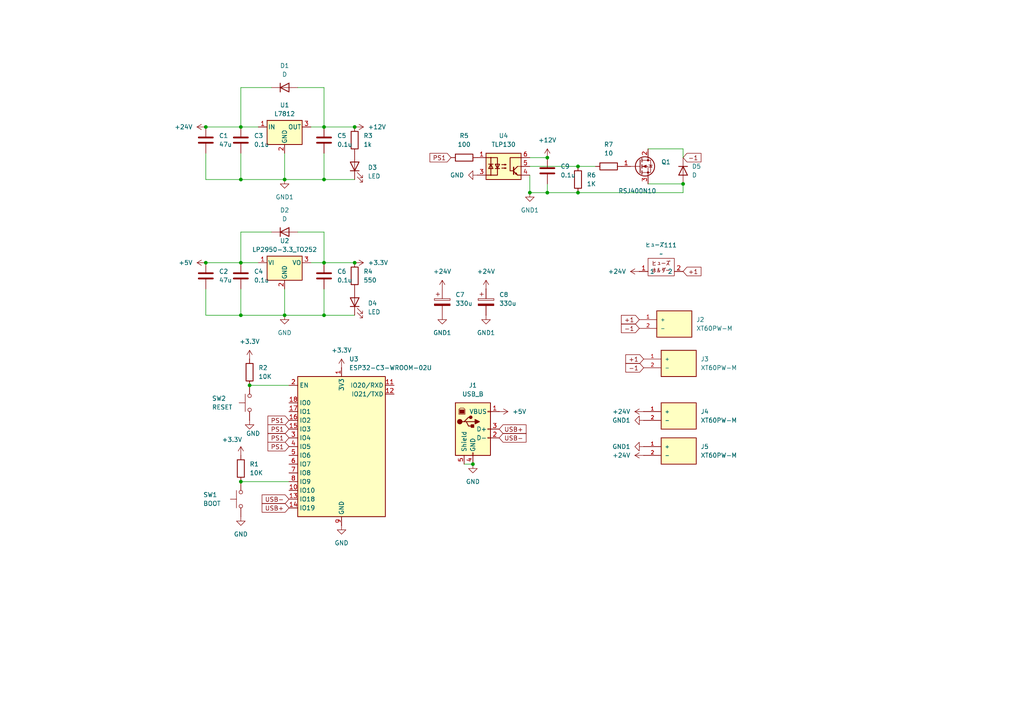
<source format=kicad_sch>
(kicad_sch
	(version 20231120)
	(generator "eeschema")
	(generator_version "8.0")
	(uuid "7763ee6c-6f82-4dca-a720-f2379160beb2")
	(paper "A4")
	(lib_symbols
		(symbol "Connector:USB_B"
			(pin_names
				(offset 1.016)
			)
			(exclude_from_sim no)
			(in_bom yes)
			(on_board yes)
			(property "Reference" "J"
				(at -5.08 11.43 0)
				(effects
					(font
						(size 1.27 1.27)
					)
					(justify left)
				)
			)
			(property "Value" "USB_B"
				(at -5.08 8.89 0)
				(effects
					(font
						(size 1.27 1.27)
					)
					(justify left)
				)
			)
			(property "Footprint" ""
				(at 3.81 -1.27 0)
				(effects
					(font
						(size 1.27 1.27)
					)
					(hide yes)
				)
			)
			(property "Datasheet" "~"
				(at 3.81 -1.27 0)
				(effects
					(font
						(size 1.27 1.27)
					)
					(hide yes)
				)
			)
			(property "Description" "USB Type B connector"
				(at 0 0 0)
				(effects
					(font
						(size 1.27 1.27)
					)
					(hide yes)
				)
			)
			(property "ki_keywords" "connector USB"
				(at 0 0 0)
				(effects
					(font
						(size 1.27 1.27)
					)
					(hide yes)
				)
			)
			(property "ki_fp_filters" "USB*"
				(at 0 0 0)
				(effects
					(font
						(size 1.27 1.27)
					)
					(hide yes)
				)
			)
			(symbol "USB_B_0_1"
				(rectangle
					(start -5.08 -7.62)
					(end 5.08 7.62)
					(stroke
						(width 0.254)
						(type default)
					)
					(fill
						(type background)
					)
				)
				(circle
					(center -3.81 2.159)
					(radius 0.635)
					(stroke
						(width 0.254)
						(type default)
					)
					(fill
						(type outline)
					)
				)
				(rectangle
					(start -3.81 5.588)
					(end -2.54 4.572)
					(stroke
						(width 0)
						(type default)
					)
					(fill
						(type outline)
					)
				)
				(circle
					(center -0.635 3.429)
					(radius 0.381)
					(stroke
						(width 0.254)
						(type default)
					)
					(fill
						(type outline)
					)
				)
				(rectangle
					(start -0.127 -7.62)
					(end 0.127 -6.858)
					(stroke
						(width 0)
						(type default)
					)
					(fill
						(type none)
					)
				)
				(polyline
					(pts
						(xy -1.905 2.159) (xy 0.635 2.159)
					)
					(stroke
						(width 0.254)
						(type default)
					)
					(fill
						(type none)
					)
				)
				(polyline
					(pts
						(xy -3.175 2.159) (xy -2.54 2.159) (xy -1.27 3.429) (xy -0.635 3.429)
					)
					(stroke
						(width 0.254)
						(type default)
					)
					(fill
						(type none)
					)
				)
				(polyline
					(pts
						(xy -2.54 2.159) (xy -1.905 2.159) (xy -1.27 0.889) (xy 0 0.889)
					)
					(stroke
						(width 0.254)
						(type default)
					)
					(fill
						(type none)
					)
				)
				(polyline
					(pts
						(xy 0.635 2.794) (xy 0.635 1.524) (xy 1.905 2.159) (xy 0.635 2.794)
					)
					(stroke
						(width 0.254)
						(type default)
					)
					(fill
						(type outline)
					)
				)
				(polyline
					(pts
						(xy -4.064 4.318) (xy -2.286 4.318) (xy -2.286 5.715) (xy -2.667 6.096) (xy -3.683 6.096) (xy -4.064 5.715)
						(xy -4.064 4.318)
					)
					(stroke
						(width 0)
						(type default)
					)
					(fill
						(type none)
					)
				)
				(rectangle
					(start 0.254 1.27)
					(end -0.508 0.508)
					(stroke
						(width 0.254)
						(type default)
					)
					(fill
						(type outline)
					)
				)
				(rectangle
					(start 5.08 -2.667)
					(end 4.318 -2.413)
					(stroke
						(width 0)
						(type default)
					)
					(fill
						(type none)
					)
				)
				(rectangle
					(start 5.08 -0.127)
					(end 4.318 0.127)
					(stroke
						(width 0)
						(type default)
					)
					(fill
						(type none)
					)
				)
				(rectangle
					(start 5.08 4.953)
					(end 4.318 5.207)
					(stroke
						(width 0)
						(type default)
					)
					(fill
						(type none)
					)
				)
			)
			(symbol "USB_B_1_1"
				(pin power_out line
					(at 7.62 5.08 180)
					(length 2.54)
					(name "VBUS"
						(effects
							(font
								(size 1.27 1.27)
							)
						)
					)
					(number "1"
						(effects
							(font
								(size 1.27 1.27)
							)
						)
					)
				)
				(pin bidirectional line
					(at 7.62 -2.54 180)
					(length 2.54)
					(name "D-"
						(effects
							(font
								(size 1.27 1.27)
							)
						)
					)
					(number "2"
						(effects
							(font
								(size 1.27 1.27)
							)
						)
					)
				)
				(pin bidirectional line
					(at 7.62 0 180)
					(length 2.54)
					(name "D+"
						(effects
							(font
								(size 1.27 1.27)
							)
						)
					)
					(number "3"
						(effects
							(font
								(size 1.27 1.27)
							)
						)
					)
				)
				(pin power_out line
					(at 0 -10.16 90)
					(length 2.54)
					(name "GND"
						(effects
							(font
								(size 1.27 1.27)
							)
						)
					)
					(number "4"
						(effects
							(font
								(size 1.27 1.27)
							)
						)
					)
				)
				(pin passive line
					(at -2.54 -10.16 90)
					(length 2.54)
					(name "Shield"
						(effects
							(font
								(size 1.27 1.27)
							)
						)
					)
					(number "5"
						(effects
							(font
								(size 1.27 1.27)
							)
						)
					)
				)
			)
		)
		(symbol "Device:C"
			(pin_numbers hide)
			(pin_names
				(offset 0.254)
			)
			(exclude_from_sim no)
			(in_bom yes)
			(on_board yes)
			(property "Reference" "C"
				(at 0.635 2.54 0)
				(effects
					(font
						(size 1.27 1.27)
					)
					(justify left)
				)
			)
			(property "Value" "C"
				(at 0.635 -2.54 0)
				(effects
					(font
						(size 1.27 1.27)
					)
					(justify left)
				)
			)
			(property "Footprint" ""
				(at 0.9652 -3.81 0)
				(effects
					(font
						(size 1.27 1.27)
					)
					(hide yes)
				)
			)
			(property "Datasheet" "~"
				(at 0 0 0)
				(effects
					(font
						(size 1.27 1.27)
					)
					(hide yes)
				)
			)
			(property "Description" "Unpolarized capacitor"
				(at 0 0 0)
				(effects
					(font
						(size 1.27 1.27)
					)
					(hide yes)
				)
			)
			(property "ki_keywords" "cap capacitor"
				(at 0 0 0)
				(effects
					(font
						(size 1.27 1.27)
					)
					(hide yes)
				)
			)
			(property "ki_fp_filters" "C_*"
				(at 0 0 0)
				(effects
					(font
						(size 1.27 1.27)
					)
					(hide yes)
				)
			)
			(symbol "C_0_1"
				(polyline
					(pts
						(xy -2.032 -0.762) (xy 2.032 -0.762)
					)
					(stroke
						(width 0.508)
						(type default)
					)
					(fill
						(type none)
					)
				)
				(polyline
					(pts
						(xy -2.032 0.762) (xy 2.032 0.762)
					)
					(stroke
						(width 0.508)
						(type default)
					)
					(fill
						(type none)
					)
				)
			)
			(symbol "C_1_1"
				(pin passive line
					(at 0 3.81 270)
					(length 2.794)
					(name "~"
						(effects
							(font
								(size 1.27 1.27)
							)
						)
					)
					(number "1"
						(effects
							(font
								(size 1.27 1.27)
							)
						)
					)
				)
				(pin passive line
					(at 0 -3.81 90)
					(length 2.794)
					(name "~"
						(effects
							(font
								(size 1.27 1.27)
							)
						)
					)
					(number "2"
						(effects
							(font
								(size 1.27 1.27)
							)
						)
					)
				)
			)
		)
		(symbol "Device:C_Polarized"
			(pin_numbers hide)
			(pin_names
				(offset 0.254)
			)
			(exclude_from_sim no)
			(in_bom yes)
			(on_board yes)
			(property "Reference" "C"
				(at 0.635 2.54 0)
				(effects
					(font
						(size 1.27 1.27)
					)
					(justify left)
				)
			)
			(property "Value" "C_Polarized"
				(at 0.635 -2.54 0)
				(effects
					(font
						(size 1.27 1.27)
					)
					(justify left)
				)
			)
			(property "Footprint" ""
				(at 0.9652 -3.81 0)
				(effects
					(font
						(size 1.27 1.27)
					)
					(hide yes)
				)
			)
			(property "Datasheet" "~"
				(at 0 0 0)
				(effects
					(font
						(size 1.27 1.27)
					)
					(hide yes)
				)
			)
			(property "Description" "Polarized capacitor"
				(at 0 0 0)
				(effects
					(font
						(size 1.27 1.27)
					)
					(hide yes)
				)
			)
			(property "ki_keywords" "cap capacitor"
				(at 0 0 0)
				(effects
					(font
						(size 1.27 1.27)
					)
					(hide yes)
				)
			)
			(property "ki_fp_filters" "CP_*"
				(at 0 0 0)
				(effects
					(font
						(size 1.27 1.27)
					)
					(hide yes)
				)
			)
			(symbol "C_Polarized_0_1"
				(rectangle
					(start -2.286 0.508)
					(end 2.286 1.016)
					(stroke
						(width 0)
						(type default)
					)
					(fill
						(type none)
					)
				)
				(polyline
					(pts
						(xy -1.778 2.286) (xy -0.762 2.286)
					)
					(stroke
						(width 0)
						(type default)
					)
					(fill
						(type none)
					)
				)
				(polyline
					(pts
						(xy -1.27 2.794) (xy -1.27 1.778)
					)
					(stroke
						(width 0)
						(type default)
					)
					(fill
						(type none)
					)
				)
				(rectangle
					(start 2.286 -0.508)
					(end -2.286 -1.016)
					(stroke
						(width 0)
						(type default)
					)
					(fill
						(type outline)
					)
				)
			)
			(symbol "C_Polarized_1_1"
				(pin passive line
					(at 0 3.81 270)
					(length 2.794)
					(name "~"
						(effects
							(font
								(size 1.27 1.27)
							)
						)
					)
					(number "1"
						(effects
							(font
								(size 1.27 1.27)
							)
						)
					)
				)
				(pin passive line
					(at 0 -3.81 90)
					(length 2.794)
					(name "~"
						(effects
							(font
								(size 1.27 1.27)
							)
						)
					)
					(number "2"
						(effects
							(font
								(size 1.27 1.27)
							)
						)
					)
				)
			)
		)
		(symbol "Device:D"
			(pin_numbers hide)
			(pin_names
				(offset 1.016) hide)
			(exclude_from_sim no)
			(in_bom yes)
			(on_board yes)
			(property "Reference" "D"
				(at 0 2.54 0)
				(effects
					(font
						(size 1.27 1.27)
					)
				)
			)
			(property "Value" "D"
				(at 0 -2.54 0)
				(effects
					(font
						(size 1.27 1.27)
					)
				)
			)
			(property "Footprint" ""
				(at 0 0 0)
				(effects
					(font
						(size 1.27 1.27)
					)
					(hide yes)
				)
			)
			(property "Datasheet" "~"
				(at 0 0 0)
				(effects
					(font
						(size 1.27 1.27)
					)
					(hide yes)
				)
			)
			(property "Description" "Diode"
				(at 0 0 0)
				(effects
					(font
						(size 1.27 1.27)
					)
					(hide yes)
				)
			)
			(property "Sim.Device" "D"
				(at 0 0 0)
				(effects
					(font
						(size 1.27 1.27)
					)
					(hide yes)
				)
			)
			(property "Sim.Pins" "1=K 2=A"
				(at 0 0 0)
				(effects
					(font
						(size 1.27 1.27)
					)
					(hide yes)
				)
			)
			(property "ki_keywords" "diode"
				(at 0 0 0)
				(effects
					(font
						(size 1.27 1.27)
					)
					(hide yes)
				)
			)
			(property "ki_fp_filters" "TO-???* *_Diode_* *SingleDiode* D_*"
				(at 0 0 0)
				(effects
					(font
						(size 1.27 1.27)
					)
					(hide yes)
				)
			)
			(symbol "D_0_1"
				(polyline
					(pts
						(xy -1.27 1.27) (xy -1.27 -1.27)
					)
					(stroke
						(width 0.254)
						(type default)
					)
					(fill
						(type none)
					)
				)
				(polyline
					(pts
						(xy 1.27 0) (xy -1.27 0)
					)
					(stroke
						(width 0)
						(type default)
					)
					(fill
						(type none)
					)
				)
				(polyline
					(pts
						(xy 1.27 1.27) (xy 1.27 -1.27) (xy -1.27 0) (xy 1.27 1.27)
					)
					(stroke
						(width 0.254)
						(type default)
					)
					(fill
						(type none)
					)
				)
			)
			(symbol "D_1_1"
				(pin passive line
					(at -3.81 0 0)
					(length 2.54)
					(name "K"
						(effects
							(font
								(size 1.27 1.27)
							)
						)
					)
					(number "1"
						(effects
							(font
								(size 1.27 1.27)
							)
						)
					)
				)
				(pin passive line
					(at 3.81 0 180)
					(length 2.54)
					(name "A"
						(effects
							(font
								(size 1.27 1.27)
							)
						)
					)
					(number "2"
						(effects
							(font
								(size 1.27 1.27)
							)
						)
					)
				)
			)
		)
		(symbol "Device:LED"
			(pin_numbers hide)
			(pin_names
				(offset 1.016) hide)
			(exclude_from_sim no)
			(in_bom yes)
			(on_board yes)
			(property "Reference" "D"
				(at 0 2.54 0)
				(effects
					(font
						(size 1.27 1.27)
					)
				)
			)
			(property "Value" "LED"
				(at 0 -2.54 0)
				(effects
					(font
						(size 1.27 1.27)
					)
				)
			)
			(property "Footprint" ""
				(at 0 0 0)
				(effects
					(font
						(size 1.27 1.27)
					)
					(hide yes)
				)
			)
			(property "Datasheet" "~"
				(at 0 0 0)
				(effects
					(font
						(size 1.27 1.27)
					)
					(hide yes)
				)
			)
			(property "Description" "Light emitting diode"
				(at 0 0 0)
				(effects
					(font
						(size 1.27 1.27)
					)
					(hide yes)
				)
			)
			(property "ki_keywords" "LED diode"
				(at 0 0 0)
				(effects
					(font
						(size 1.27 1.27)
					)
					(hide yes)
				)
			)
			(property "ki_fp_filters" "LED* LED_SMD:* LED_THT:*"
				(at 0 0 0)
				(effects
					(font
						(size 1.27 1.27)
					)
					(hide yes)
				)
			)
			(symbol "LED_0_1"
				(polyline
					(pts
						(xy -1.27 -1.27) (xy -1.27 1.27)
					)
					(stroke
						(width 0.254)
						(type default)
					)
					(fill
						(type none)
					)
				)
				(polyline
					(pts
						(xy -1.27 0) (xy 1.27 0)
					)
					(stroke
						(width 0)
						(type default)
					)
					(fill
						(type none)
					)
				)
				(polyline
					(pts
						(xy 1.27 -1.27) (xy 1.27 1.27) (xy -1.27 0) (xy 1.27 -1.27)
					)
					(stroke
						(width 0.254)
						(type default)
					)
					(fill
						(type none)
					)
				)
				(polyline
					(pts
						(xy -3.048 -0.762) (xy -4.572 -2.286) (xy -3.81 -2.286) (xy -4.572 -2.286) (xy -4.572 -1.524)
					)
					(stroke
						(width 0)
						(type default)
					)
					(fill
						(type none)
					)
				)
				(polyline
					(pts
						(xy -1.778 -0.762) (xy -3.302 -2.286) (xy -2.54 -2.286) (xy -3.302 -2.286) (xy -3.302 -1.524)
					)
					(stroke
						(width 0)
						(type default)
					)
					(fill
						(type none)
					)
				)
			)
			(symbol "LED_1_1"
				(pin passive line
					(at -3.81 0 0)
					(length 2.54)
					(name "K"
						(effects
							(font
								(size 1.27 1.27)
							)
						)
					)
					(number "1"
						(effects
							(font
								(size 1.27 1.27)
							)
						)
					)
				)
				(pin passive line
					(at 3.81 0 180)
					(length 2.54)
					(name "A"
						(effects
							(font
								(size 1.27 1.27)
							)
						)
					)
					(number "2"
						(effects
							(font
								(size 1.27 1.27)
							)
						)
					)
				)
			)
		)
		(symbol "Device:Q_NMOS_GDS"
			(pin_names
				(offset 0) hide)
			(exclude_from_sim no)
			(in_bom yes)
			(on_board yes)
			(property "Reference" "Q"
				(at 5.08 1.27 0)
				(effects
					(font
						(size 1.27 1.27)
					)
					(justify left)
				)
			)
			(property "Value" "Q_NMOS_GDS"
				(at 5.08 -1.27 0)
				(effects
					(font
						(size 1.27 1.27)
					)
					(justify left)
				)
			)
			(property "Footprint" ""
				(at 5.08 2.54 0)
				(effects
					(font
						(size 1.27 1.27)
					)
					(hide yes)
				)
			)
			(property "Datasheet" "~"
				(at 0 0 0)
				(effects
					(font
						(size 1.27 1.27)
					)
					(hide yes)
				)
			)
			(property "Description" "N-MOSFET transistor, gate/drain/source"
				(at 0 0 0)
				(effects
					(font
						(size 1.27 1.27)
					)
					(hide yes)
				)
			)
			(property "ki_keywords" "transistor NMOS N-MOS N-MOSFET"
				(at 0 0 0)
				(effects
					(font
						(size 1.27 1.27)
					)
					(hide yes)
				)
			)
			(symbol "Q_NMOS_GDS_0_1"
				(polyline
					(pts
						(xy 0.254 0) (xy -2.54 0)
					)
					(stroke
						(width 0)
						(type default)
					)
					(fill
						(type none)
					)
				)
				(polyline
					(pts
						(xy 0.254 1.905) (xy 0.254 -1.905)
					)
					(stroke
						(width 0.254)
						(type default)
					)
					(fill
						(type none)
					)
				)
				(polyline
					(pts
						(xy 0.762 -1.27) (xy 0.762 -2.286)
					)
					(stroke
						(width 0.254)
						(type default)
					)
					(fill
						(type none)
					)
				)
				(polyline
					(pts
						(xy 0.762 0.508) (xy 0.762 -0.508)
					)
					(stroke
						(width 0.254)
						(type default)
					)
					(fill
						(type none)
					)
				)
				(polyline
					(pts
						(xy 0.762 2.286) (xy 0.762 1.27)
					)
					(stroke
						(width 0.254)
						(type default)
					)
					(fill
						(type none)
					)
				)
				(polyline
					(pts
						(xy 2.54 2.54) (xy 2.54 1.778)
					)
					(stroke
						(width 0)
						(type default)
					)
					(fill
						(type none)
					)
				)
				(polyline
					(pts
						(xy 2.54 -2.54) (xy 2.54 0) (xy 0.762 0)
					)
					(stroke
						(width 0)
						(type default)
					)
					(fill
						(type none)
					)
				)
				(polyline
					(pts
						(xy 0.762 -1.778) (xy 3.302 -1.778) (xy 3.302 1.778) (xy 0.762 1.778)
					)
					(stroke
						(width 0)
						(type default)
					)
					(fill
						(type none)
					)
				)
				(polyline
					(pts
						(xy 1.016 0) (xy 2.032 0.381) (xy 2.032 -0.381) (xy 1.016 0)
					)
					(stroke
						(width 0)
						(type default)
					)
					(fill
						(type outline)
					)
				)
				(polyline
					(pts
						(xy 2.794 0.508) (xy 2.921 0.381) (xy 3.683 0.381) (xy 3.81 0.254)
					)
					(stroke
						(width 0)
						(type default)
					)
					(fill
						(type none)
					)
				)
				(polyline
					(pts
						(xy 3.302 0.381) (xy 2.921 -0.254) (xy 3.683 -0.254) (xy 3.302 0.381)
					)
					(stroke
						(width 0)
						(type default)
					)
					(fill
						(type none)
					)
				)
				(circle
					(center 1.651 0)
					(radius 2.794)
					(stroke
						(width 0.254)
						(type default)
					)
					(fill
						(type none)
					)
				)
				(circle
					(center 2.54 -1.778)
					(radius 0.254)
					(stroke
						(width 0)
						(type default)
					)
					(fill
						(type outline)
					)
				)
				(circle
					(center 2.54 1.778)
					(radius 0.254)
					(stroke
						(width 0)
						(type default)
					)
					(fill
						(type outline)
					)
				)
			)
			(symbol "Q_NMOS_GDS_1_1"
				(pin input line
					(at -5.08 0 0)
					(length 2.54)
					(name "G"
						(effects
							(font
								(size 1.27 1.27)
							)
						)
					)
					(number "1"
						(effects
							(font
								(size 1.27 1.27)
							)
						)
					)
				)
				(pin passive line
					(at 2.54 5.08 270)
					(length 2.54)
					(name "D"
						(effects
							(font
								(size 1.27 1.27)
							)
						)
					)
					(number "2"
						(effects
							(font
								(size 1.27 1.27)
							)
						)
					)
				)
				(pin passive line
					(at 2.54 -5.08 90)
					(length 2.54)
					(name "S"
						(effects
							(font
								(size 1.27 1.27)
							)
						)
					)
					(number "3"
						(effects
							(font
								(size 1.27 1.27)
							)
						)
					)
				)
			)
		)
		(symbol "Device:R"
			(pin_numbers hide)
			(pin_names
				(offset 0)
			)
			(exclude_from_sim no)
			(in_bom yes)
			(on_board yes)
			(property "Reference" "R"
				(at 2.032 0 90)
				(effects
					(font
						(size 1.27 1.27)
					)
				)
			)
			(property "Value" "R"
				(at 0 0 90)
				(effects
					(font
						(size 1.27 1.27)
					)
				)
			)
			(property "Footprint" ""
				(at -1.778 0 90)
				(effects
					(font
						(size 1.27 1.27)
					)
					(hide yes)
				)
			)
			(property "Datasheet" "~"
				(at 0 0 0)
				(effects
					(font
						(size 1.27 1.27)
					)
					(hide yes)
				)
			)
			(property "Description" "Resistor"
				(at 0 0 0)
				(effects
					(font
						(size 1.27 1.27)
					)
					(hide yes)
				)
			)
			(property "ki_keywords" "R res resistor"
				(at 0 0 0)
				(effects
					(font
						(size 1.27 1.27)
					)
					(hide yes)
				)
			)
			(property "ki_fp_filters" "R_*"
				(at 0 0 0)
				(effects
					(font
						(size 1.27 1.27)
					)
					(hide yes)
				)
			)
			(symbol "R_0_1"
				(rectangle
					(start -1.016 -2.54)
					(end 1.016 2.54)
					(stroke
						(width 0.254)
						(type default)
					)
					(fill
						(type none)
					)
				)
			)
			(symbol "R_1_1"
				(pin passive line
					(at 0 3.81 270)
					(length 1.27)
					(name "~"
						(effects
							(font
								(size 1.27 1.27)
							)
						)
					)
					(number "1"
						(effects
							(font
								(size 1.27 1.27)
							)
						)
					)
				)
				(pin passive line
					(at 0 -3.81 90)
					(length 1.27)
					(name "~"
						(effects
							(font
								(size 1.27 1.27)
							)
						)
					)
					(number "2"
						(effects
							(font
								(size 1.27 1.27)
							)
						)
					)
				)
			)
		)
		(symbol "Isolator:TLP130"
			(pin_names
				(offset 1.016)
			)
			(exclude_from_sim no)
			(in_bom yes)
			(on_board yes)
			(property "Reference" "U"
				(at -5.08 4.826 0)
				(effects
					(font
						(size 1.27 1.27)
					)
					(justify left)
				)
			)
			(property "Value" "TLP130"
				(at -5.08 -5.08 0)
				(effects
					(font
						(size 1.27 1.27)
					)
					(justify left)
				)
			)
			(property "Footprint" "Package_SO:MFSOP6-5_4.4x3.6mm_P1.27mm"
				(at 0 -7.62 0)
				(effects
					(font
						(size 1.27 1.27)
						(italic yes)
					)
					(hide yes)
				)
			)
			(property "Datasheet" "https://toshiba.semicon-storage.com/info/docget.jsp?did=16740&prodName=TLP130"
				(at 0.254 0 0)
				(effects
					(font
						(size 1.27 1.27)
					)
					(justify left)
					(hide yes)
				)
			)
			(property "Description" "AC DC Optocoupler Base Connected, Vce 80V, CTR 50-100%, MFSOP6"
				(at 0 0 0)
				(effects
					(font
						(size 1.27 1.27)
					)
					(hide yes)
				)
			)
			(property "ki_keywords" "NPN AC DC Optocoupler Base Connected"
				(at 0 0 0)
				(effects
					(font
						(size 1.27 1.27)
					)
					(hide yes)
				)
			)
			(property "ki_fp_filters" "MFSOP6*4.4x3.6mm*P1.27mm*"
				(at 0 0 0)
				(effects
					(font
						(size 1.27 1.27)
					)
					(hide yes)
				)
			)
			(symbol "TLP130_0_1"
				(rectangle
					(start -5.08 3.81)
					(end 5.08 -3.81)
					(stroke
						(width 0.254)
						(type default)
					)
					(fill
						(type background)
					)
				)
				(circle
					(center -3.683 -2.54)
					(radius 0.127)
					(stroke
						(width 0)
						(type default)
					)
					(fill
						(type none)
					)
				)
				(circle
					(center -3.683 2.54)
					(radius 0.127)
					(stroke
						(width 0)
						(type default)
					)
					(fill
						(type none)
					)
				)
				(polyline
					(pts
						(xy -3.683 2.54) (xy -3.683 -2.54)
					)
					(stroke
						(width 0.254)
						(type default)
					)
					(fill
						(type none)
					)
				)
				(polyline
					(pts
						(xy -3.048 0.635) (xy -4.318 0.635)
					)
					(stroke
						(width 0.254)
						(type default)
					)
					(fill
						(type none)
					)
				)
				(polyline
					(pts
						(xy -2.413 -0.635) (xy -1.143 -0.635)
					)
					(stroke
						(width 0.254)
						(type default)
					)
					(fill
						(type none)
					)
				)
				(polyline
					(pts
						(xy 2.921 -1.397) (xy 4.064 -2.54)
					)
					(stroke
						(width 0.254)
						(type default)
					)
					(fill
						(type none)
					)
				)
				(polyline
					(pts
						(xy 2.921 -1.27) (xy 1.905 -1.27)
					)
					(stroke
						(width 0.254)
						(type default)
					)
					(fill
						(type none)
					)
				)
				(polyline
					(pts
						(xy 2.921 -1.143) (xy 4.064 0)
					)
					(stroke
						(width 0.254)
						(type default)
					)
					(fill
						(type none)
					)
				)
				(polyline
					(pts
						(xy 4.064 -2.54) (xy 5.08 -2.54)
					)
					(stroke
						(width 0.254)
						(type default)
					)
					(fill
						(type none)
					)
				)
				(polyline
					(pts
						(xy 5.08 0) (xy 4.064 0)
					)
					(stroke
						(width 0)
						(type default)
					)
					(fill
						(type none)
					)
				)
				(polyline
					(pts
						(xy 1.905 -1.27) (xy 1.905 2.54) (xy 5.08 2.54)
					)
					(stroke
						(width 0.254)
						(type default)
					)
					(fill
						(type none)
					)
				)
				(polyline
					(pts
						(xy 2.921 -0.254) (xy 2.921 -2.286) (xy 2.921 -2.286)
					)
					(stroke
						(width 0.3556)
						(type default)
					)
					(fill
						(type none)
					)
				)
				(polyline
					(pts
						(xy -5.08 -2.54) (xy -1.778 -2.54) (xy -1.778 2.54) (xy -5.08 2.54)
					)
					(stroke
						(width 0.254)
						(type default)
					)
					(fill
						(type none)
					)
				)
				(polyline
					(pts
						(xy -3.683 0.635) (xy -3.048 -0.635) (xy -4.318 -0.635) (xy -3.683 0.635)
					)
					(stroke
						(width 0.254)
						(type default)
					)
					(fill
						(type none)
					)
				)
				(polyline
					(pts
						(xy -1.778 -0.635) (xy -2.413 0.635) (xy -1.143 0.635) (xy -1.778 -0.635)
					)
					(stroke
						(width 0.254)
						(type default)
					)
					(fill
						(type none)
					)
				)
				(polyline
					(pts
						(xy 3.937 -2.413) (xy 3.683 -1.905) (xy 3.429 -2.159) (xy 3.937 -2.413)
					)
					(stroke
						(width 0.254)
						(type default)
					)
					(fill
						(type none)
					)
				)
				(polyline
					(pts
						(xy -0.508 -0.508) (xy 0.762 -0.508) (xy 0.381 -0.635) (xy 0.381 -0.381) (xy 0.762 -0.508)
					)
					(stroke
						(width 0.254)
						(type default)
					)
					(fill
						(type none)
					)
				)
				(polyline
					(pts
						(xy -0.508 0.508) (xy 0.762 0.508) (xy 0.381 0.381) (xy 0.381 0.635) (xy 0.762 0.508)
					)
					(stroke
						(width 0.254)
						(type default)
					)
					(fill
						(type none)
					)
				)
			)
			(symbol "TLP130_1_1"
				(pin passive line
					(at -7.62 2.54 0)
					(length 2.54)
					(name "~"
						(effects
							(font
								(size 1.27 1.27)
							)
						)
					)
					(number "1"
						(effects
							(font
								(size 1.27 1.27)
							)
						)
					)
				)
				(pin passive line
					(at -7.62 -2.54 0)
					(length 2.54)
					(name "~"
						(effects
							(font
								(size 1.27 1.27)
							)
						)
					)
					(number "3"
						(effects
							(font
								(size 1.27 1.27)
							)
						)
					)
				)
				(pin passive line
					(at 7.62 -2.54 180)
					(length 2.54)
					(name "~"
						(effects
							(font
								(size 1.27 1.27)
							)
						)
					)
					(number "4"
						(effects
							(font
								(size 1.27 1.27)
							)
						)
					)
				)
				(pin open_collector line
					(at 7.62 0 180)
					(length 2.54)
					(name "~"
						(effects
							(font
								(size 1.27 1.27)
							)
						)
					)
					(number "5"
						(effects
							(font
								(size 1.27 1.27)
							)
						)
					)
				)
				(pin passive line
					(at 7.62 2.54 180)
					(length 2.54)
					(name "~"
						(effects
							(font
								(size 1.27 1.27)
							)
						)
					)
					(number "6"
						(effects
							(font
								(size 1.27 1.27)
							)
						)
					)
				)
			)
		)
		(symbol "RF_Module:ESP32-C3-WROOM-02U"
			(exclude_from_sim no)
			(in_bom yes)
			(on_board yes)
			(property "Reference" "U"
				(at -12.192 21.336 0)
				(effects
					(font
						(size 1.27 1.27)
					)
				)
			)
			(property "Value" "ESP32-C3-WROOM-02U"
				(at 12.7 21.336 0)
				(effects
					(font
						(size 1.27 1.27)
					)
				)
			)
			(property "Footprint" "RF_Module:ESP32-C3-WROOM-02U"
				(at 0 -0.635 0)
				(effects
					(font
						(size 1.27 1.27)
					)
					(hide yes)
				)
			)
			(property "Datasheet" "https://www.espressif.com/sites/default/files/documentation/esp32-c3-wroom-02_datasheet_en.pdf"
				(at 0 -0.635 0)
				(effects
					(font
						(size 1.27 1.27)
					)
					(hide yes)
				)
			)
			(property "Description" "802.11 b/g/n Wi­Fi and Bluetooth 5 module, ESP32­C3 SoC, RISC­V microprocessor, On-board antenna"
				(at 0 -0.635 0)
				(effects
					(font
						(size 1.27 1.27)
					)
					(hide yes)
				)
			)
			(property "ki_keywords" "esp32 espressif WiFi Bluetooth LE"
				(at 0 0 0)
				(effects
					(font
						(size 1.27 1.27)
					)
					(hide yes)
				)
			)
			(property "ki_fp_filters" "ESP32?C3*WROOM?02U*"
				(at 0 0 0)
				(effects
					(font
						(size 1.27 1.27)
					)
					(hide yes)
				)
			)
			(symbol "ESP32-C3-WROOM-02U_1_1"
				(rectangle
					(start -12.7 20.32)
					(end 12.7 -20.32)
					(stroke
						(width 0.254)
						(type default)
					)
					(fill
						(type background)
					)
				)
				(pin power_in line
					(at 0 22.86 270)
					(length 2.54)
					(name "3V3"
						(effects
							(font
								(size 1.27 1.27)
							)
						)
					)
					(number "1"
						(effects
							(font
								(size 1.27 1.27)
							)
						)
					)
				)
				(pin bidirectional line
					(at -15.24 -12.7 0)
					(length 2.54)
					(name "IO10"
						(effects
							(font
								(size 1.27 1.27)
							)
						)
					)
					(number "10"
						(effects
							(font
								(size 1.27 1.27)
							)
						)
					)
				)
				(pin bidirectional line
					(at 15.24 17.78 180)
					(length 2.54)
					(name "IO20/RXD"
						(effects
							(font
								(size 1.27 1.27)
							)
						)
					)
					(number "11"
						(effects
							(font
								(size 1.27 1.27)
							)
						)
					)
				)
				(pin bidirectional line
					(at 15.24 15.24 180)
					(length 2.54)
					(name "IO21/TXD"
						(effects
							(font
								(size 1.27 1.27)
							)
						)
					)
					(number "12"
						(effects
							(font
								(size 1.27 1.27)
							)
						)
					)
				)
				(pin bidirectional line
					(at -15.24 -15.24 0)
					(length 2.54)
					(name "IO18"
						(effects
							(font
								(size 1.27 1.27)
							)
						)
					)
					(number "13"
						(effects
							(font
								(size 1.27 1.27)
							)
						)
					)
				)
				(pin bidirectional line
					(at -15.24 -17.78 0)
					(length 2.54)
					(name "IO19"
						(effects
							(font
								(size 1.27 1.27)
							)
						)
					)
					(number "14"
						(effects
							(font
								(size 1.27 1.27)
							)
						)
					)
				)
				(pin bidirectional line
					(at -15.24 5.08 0)
					(length 2.54)
					(name "IO3"
						(effects
							(font
								(size 1.27 1.27)
							)
						)
					)
					(number "15"
						(effects
							(font
								(size 1.27 1.27)
							)
						)
					)
				)
				(pin bidirectional line
					(at -15.24 7.62 0)
					(length 2.54)
					(name "IO2"
						(effects
							(font
								(size 1.27 1.27)
							)
						)
					)
					(number "16"
						(effects
							(font
								(size 1.27 1.27)
							)
						)
					)
				)
				(pin bidirectional line
					(at -15.24 10.16 0)
					(length 2.54)
					(name "IO1"
						(effects
							(font
								(size 1.27 1.27)
							)
						)
					)
					(number "17"
						(effects
							(font
								(size 1.27 1.27)
							)
						)
					)
				)
				(pin bidirectional line
					(at -15.24 12.7 0)
					(length 2.54)
					(name "IO0"
						(effects
							(font
								(size 1.27 1.27)
							)
						)
					)
					(number "18"
						(effects
							(font
								(size 1.27 1.27)
							)
						)
					)
				)
				(pin passive line
					(at 0 -22.86 90)
					(length 2.54) hide
					(name "GND"
						(effects
							(font
								(size 1.27 1.27)
							)
						)
					)
					(number "19"
						(effects
							(font
								(size 1.27 1.27)
							)
						)
					)
				)
				(pin input line
					(at -15.24 17.78 0)
					(length 2.54)
					(name "EN"
						(effects
							(font
								(size 1.27 1.27)
							)
						)
					)
					(number "2"
						(effects
							(font
								(size 1.27 1.27)
							)
						)
					)
				)
				(pin bidirectional line
					(at -15.24 2.54 0)
					(length 2.54)
					(name "IO4"
						(effects
							(font
								(size 1.27 1.27)
							)
						)
					)
					(number "3"
						(effects
							(font
								(size 1.27 1.27)
							)
						)
					)
				)
				(pin bidirectional line
					(at -15.24 0 0)
					(length 2.54)
					(name "IO5"
						(effects
							(font
								(size 1.27 1.27)
							)
						)
					)
					(number "4"
						(effects
							(font
								(size 1.27 1.27)
							)
						)
					)
				)
				(pin bidirectional line
					(at -15.24 -2.54 0)
					(length 2.54)
					(name "IO6"
						(effects
							(font
								(size 1.27 1.27)
							)
						)
					)
					(number "5"
						(effects
							(font
								(size 1.27 1.27)
							)
						)
					)
				)
				(pin bidirectional line
					(at -15.24 -5.08 0)
					(length 2.54)
					(name "IO7"
						(effects
							(font
								(size 1.27 1.27)
							)
						)
					)
					(number "6"
						(effects
							(font
								(size 1.27 1.27)
							)
						)
					)
				)
				(pin bidirectional line
					(at -15.24 -7.62 0)
					(length 2.54)
					(name "IO8"
						(effects
							(font
								(size 1.27 1.27)
							)
						)
					)
					(number "7"
						(effects
							(font
								(size 1.27 1.27)
							)
						)
					)
				)
				(pin bidirectional line
					(at -15.24 -10.16 0)
					(length 2.54)
					(name "IO9"
						(effects
							(font
								(size 1.27 1.27)
							)
						)
					)
					(number "8"
						(effects
							(font
								(size 1.27 1.27)
							)
						)
					)
				)
				(pin power_in line
					(at 0 -22.86 90)
					(length 2.54)
					(name "GND"
						(effects
							(font
								(size 1.27 1.27)
							)
						)
					)
					(number "9"
						(effects
							(font
								(size 1.27 1.27)
							)
						)
					)
				)
			)
		)
		(symbol "Regulator_Linear:L7812"
			(pin_names
				(offset 0.254)
			)
			(exclude_from_sim no)
			(in_bom yes)
			(on_board yes)
			(property "Reference" "U"
				(at -3.81 3.175 0)
				(effects
					(font
						(size 1.27 1.27)
					)
				)
			)
			(property "Value" "L7812"
				(at 0 3.175 0)
				(effects
					(font
						(size 1.27 1.27)
					)
					(justify left)
				)
			)
			(property "Footprint" ""
				(at 0.635 -3.81 0)
				(effects
					(font
						(size 1.27 1.27)
						(italic yes)
					)
					(justify left)
					(hide yes)
				)
			)
			(property "Datasheet" "http://www.st.com/content/ccc/resource/technical/document/datasheet/41/4f/b3/b0/12/d4/47/88/CD00000444.pdf/files/CD00000444.pdf/jcr:content/translations/en.CD00000444.pdf"
				(at 0 -1.27 0)
				(effects
					(font
						(size 1.27 1.27)
					)
					(hide yes)
				)
			)
			(property "Description" "Positive 1.5A 35V Linear Regulator, Fixed Output 12V, TO-220/TO-263/TO-252"
				(at 0 0 0)
				(effects
					(font
						(size 1.27 1.27)
					)
					(hide yes)
				)
			)
			(property "ki_keywords" "Voltage Regulator 1.5A Positive"
				(at 0 0 0)
				(effects
					(font
						(size 1.27 1.27)
					)
					(hide yes)
				)
			)
			(property "ki_fp_filters" "TO?252* TO?263* TO?220*"
				(at 0 0 0)
				(effects
					(font
						(size 1.27 1.27)
					)
					(hide yes)
				)
			)
			(symbol "L7812_0_1"
				(rectangle
					(start -5.08 1.905)
					(end 5.08 -5.08)
					(stroke
						(width 0.254)
						(type default)
					)
					(fill
						(type background)
					)
				)
			)
			(symbol "L7812_1_1"
				(pin power_in line
					(at -7.62 0 0)
					(length 2.54)
					(name "IN"
						(effects
							(font
								(size 1.27 1.27)
							)
						)
					)
					(number "1"
						(effects
							(font
								(size 1.27 1.27)
							)
						)
					)
				)
				(pin power_in line
					(at 0 -7.62 90)
					(length 2.54)
					(name "GND"
						(effects
							(font
								(size 1.27 1.27)
							)
						)
					)
					(number "2"
						(effects
							(font
								(size 1.27 1.27)
							)
						)
					)
				)
				(pin power_out line
					(at 7.62 0 180)
					(length 2.54)
					(name "OUT"
						(effects
							(font
								(size 1.27 1.27)
							)
						)
					)
					(number "3"
						(effects
							(font
								(size 1.27 1.27)
							)
						)
					)
				)
			)
		)
		(symbol "Regulator_Linear:LP2950-3.3_TO252"
			(pin_names
				(offset 0.254)
			)
			(exclude_from_sim no)
			(in_bom yes)
			(on_board yes)
			(property "Reference" "U"
				(at -3.81 3.175 0)
				(effects
					(font
						(size 1.27 1.27)
					)
				)
			)
			(property "Value" "LP2950-3.3_TO252"
				(at 0 3.175 0)
				(effects
					(font
						(size 1.27 1.27)
					)
					(justify left)
				)
			)
			(property "Footprint" "Package_TO_SOT_SMD:TO-252-2"
				(at 0 5.715 0)
				(effects
					(font
						(size 1.27 1.27)
						(italic yes)
					)
					(hide yes)
				)
			)
			(property "Datasheet" "http://www.ti.com/lit/ds/symlink/lp2950.pdf"
				(at 0 -1.27 0)
				(effects
					(font
						(size 1.27 1.27)
					)
					(hide yes)
				)
			)
			(property "Description" "Positive 100mA 30V Linear Micropower Voltage Regulator, Fixed Output 3.3V, TO-252"
				(at 0 0 0)
				(effects
					(font
						(size 1.27 1.27)
					)
					(hide yes)
				)
			)
			(property "ki_keywords" "Micropower Voltage Regulator 100mA Positive"
				(at 0 0 0)
				(effects
					(font
						(size 1.27 1.27)
					)
					(hide yes)
				)
			)
			(property "ki_fp_filters" "TO?252*"
				(at 0 0 0)
				(effects
					(font
						(size 1.27 1.27)
					)
					(hide yes)
				)
			)
			(symbol "LP2950-3.3_TO252_0_1"
				(rectangle
					(start -5.08 1.905)
					(end 5.08 -5.08)
					(stroke
						(width 0.254)
						(type default)
					)
					(fill
						(type background)
					)
				)
			)
			(symbol "LP2950-3.3_TO252_1_1"
				(pin power_in line
					(at -7.62 0 0)
					(length 2.54)
					(name "VI"
						(effects
							(font
								(size 1.27 1.27)
							)
						)
					)
					(number "1"
						(effects
							(font
								(size 1.27 1.27)
							)
						)
					)
				)
				(pin power_in line
					(at 0 -7.62 90)
					(length 2.54)
					(name "GND"
						(effects
							(font
								(size 1.27 1.27)
							)
						)
					)
					(number "2"
						(effects
							(font
								(size 1.27 1.27)
							)
						)
					)
				)
				(pin power_out line
					(at 7.62 0 180)
					(length 2.54)
					(name "VO"
						(effects
							(font
								(size 1.27 1.27)
							)
						)
					)
					(number "3"
						(effects
							(font
								(size 1.27 1.27)
							)
						)
					)
				)
			)
		)
		(symbol "Switch:SW_Push"
			(pin_numbers hide)
			(pin_names
				(offset 1.016) hide)
			(exclude_from_sim no)
			(in_bom yes)
			(on_board yes)
			(property "Reference" "SW"
				(at 1.27 2.54 0)
				(effects
					(font
						(size 1.27 1.27)
					)
					(justify left)
				)
			)
			(property "Value" "SW_Push"
				(at 0 -1.524 0)
				(effects
					(font
						(size 1.27 1.27)
					)
				)
			)
			(property "Footprint" ""
				(at 0 5.08 0)
				(effects
					(font
						(size 1.27 1.27)
					)
					(hide yes)
				)
			)
			(property "Datasheet" "~"
				(at 0 5.08 0)
				(effects
					(font
						(size 1.27 1.27)
					)
					(hide yes)
				)
			)
			(property "Description" "Push button switch, generic, two pins"
				(at 0 0 0)
				(effects
					(font
						(size 1.27 1.27)
					)
					(hide yes)
				)
			)
			(property "ki_keywords" "switch normally-open pushbutton push-button"
				(at 0 0 0)
				(effects
					(font
						(size 1.27 1.27)
					)
					(hide yes)
				)
			)
			(symbol "SW_Push_0_1"
				(circle
					(center -2.032 0)
					(radius 0.508)
					(stroke
						(width 0)
						(type default)
					)
					(fill
						(type none)
					)
				)
				(polyline
					(pts
						(xy 0 1.27) (xy 0 3.048)
					)
					(stroke
						(width 0)
						(type default)
					)
					(fill
						(type none)
					)
				)
				(polyline
					(pts
						(xy 2.54 1.27) (xy -2.54 1.27)
					)
					(stroke
						(width 0)
						(type default)
					)
					(fill
						(type none)
					)
				)
				(circle
					(center 2.032 0)
					(radius 0.508)
					(stroke
						(width 0)
						(type default)
					)
					(fill
						(type none)
					)
				)
				(pin passive line
					(at -5.08 0 0)
					(length 2.54)
					(name "1"
						(effects
							(font
								(size 1.27 1.27)
							)
						)
					)
					(number "1"
						(effects
							(font
								(size 1.27 1.27)
							)
						)
					)
				)
				(pin passive line
					(at 5.08 0 180)
					(length 2.54)
					(name "2"
						(effects
							(font
								(size 1.27 1.27)
							)
						)
					)
					(number "2"
						(effects
							(font
								(size 1.27 1.27)
							)
						)
					)
				)
			)
		)
		(symbol "XT60PW-M:XT60PW-M"
			(pin_names
				(offset 1.016)
			)
			(exclude_from_sim no)
			(in_bom yes)
			(on_board yes)
			(property "Reference" "J"
				(at -5.08 5.7234 0)
				(effects
					(font
						(size 1.27 1.27)
					)
					(justify left bottom)
				)
			)
			(property "Value" "XT60PW-M"
				(at -5.08 -5.0923 0)
				(effects
					(font
						(size 1.27 1.27)
					)
					(justify left bottom)
				)
			)
			(property "Footprint" "XT60PW-M:AMASS_XT60PW-M"
				(at 0 0 0)
				(effects
					(font
						(size 1.27 1.27)
					)
					(justify bottom)
					(hide yes)
				)
			)
			(property "Datasheet" ""
				(at 0 0 0)
				(effects
					(font
						(size 1.27 1.27)
					)
					(hide yes)
				)
			)
			(property "Description" "ソケット、DC電源、オス、PIN:2"
				(at 0 0 0)
				(effects
					(font
						(size 1.27 1.27)
					)
					(justify bottom)
					(hide yes)
				)
			)
			(property "MF" "AMASS"
				(at 0 0 0)
				(effects
					(font
						(size 1.27 1.27)
					)
					(justify bottom)
					(hide yes)
				)
			)
			(property "MAXIMUM_PACKAGE_HEIGHT" "8.4 mm"
				(at 0 0 0)
				(effects
					(font
						(size 1.27 1.27)
					)
					(justify bottom)
					(hide yes)
				)
			)
			(property "Package" "Package"
				(at 0 0 0)
				(effects
					(font
						(size 1.27 1.27)
					)
					(justify bottom)
					(hide yes)
				)
			)
			(property "Price" "None"
				(at 0 0 0)
				(effects
					(font
						(size 1.27 1.27)
					)
					(justify bottom)
					(hide yes)
				)
			)
			(property "Check_prices" "https://www.snapeda.com/parts/XT60PW-M/AMASS/view-part/?ref=eda"
				(at 0 0 0)
				(effects
					(font
						(size 1.27 1.27)
					)
					(justify bottom)
					(hide yes)
				)
			)
			(property "STANDARD" "Manufacturer recommendations"
				(at 0 0 0)
				(effects
					(font
						(size 1.27 1.27)
					)
					(justify bottom)
					(hide yes)
				)
			)
			(property "PARTREV" "V1.2"
				(at 0 0 0)
				(effects
					(font
						(size 1.27 1.27)
					)
					(justify bottom)
					(hide yes)
				)
			)
			(property "SnapEDA_Link" "https://www.snapeda.com/parts/XT60PW-M/AMASS/view-part/?ref=snap"
				(at 0 0 0)
				(effects
					(font
						(size 1.27 1.27)
					)
					(justify bottom)
					(hide yes)
				)
			)
			(property "MP" "XT60PW-M"
				(at 0 0 0)
				(effects
					(font
						(size 1.27 1.27)
					)
					(justify bottom)
					(hide yes)
				)
			)
			(property "Availability" "Not in stock"
				(at 0 0 0)
				(effects
					(font
						(size 1.27 1.27)
					)
					(justify bottom)
					(hide yes)
				)
			)
			(property "MANUFACTURER" "AMASS"
				(at 0 0 0)
				(effects
					(font
						(size 1.27 1.27)
					)
					(justify bottom)
					(hide yes)
				)
			)
			(symbol "XT60PW-M_0_0"
				(rectangle
					(start -5.08 -2.54)
					(end 5.08 5.08)
					(stroke
						(width 0.254)
						(type default)
					)
					(fill
						(type background)
					)
				)
				(pin passive line
					(at -10.16 2.54 0)
					(length 5.08)
					(name "+"
						(effects
							(font
								(size 1.016 1.016)
							)
						)
					)
					(number "1"
						(effects
							(font
								(size 1.016 1.016)
							)
						)
					)
				)
				(pin passive line
					(at -10.16 0 0)
					(length 5.08)
					(name "-"
						(effects
							(font
								(size 1.016 1.016)
							)
						)
					)
					(number "2"
						(effects
							(font
								(size 1.016 1.016)
							)
						)
					)
				)
			)
		)
		(symbol "power:+12V"
			(power)
			(pin_numbers hide)
			(pin_names
				(offset 0) hide)
			(exclude_from_sim no)
			(in_bom yes)
			(on_board yes)
			(property "Reference" "#PWR"
				(at 0 -3.81 0)
				(effects
					(font
						(size 1.27 1.27)
					)
					(hide yes)
				)
			)
			(property "Value" "+12V"
				(at 0 3.556 0)
				(effects
					(font
						(size 1.27 1.27)
					)
				)
			)
			(property "Footprint" ""
				(at 0 0 0)
				(effects
					(font
						(size 1.27 1.27)
					)
					(hide yes)
				)
			)
			(property "Datasheet" ""
				(at 0 0 0)
				(effects
					(font
						(size 1.27 1.27)
					)
					(hide yes)
				)
			)
			(property "Description" "Power symbol creates a global label with name \"+12V\""
				(at 0 0 0)
				(effects
					(font
						(size 1.27 1.27)
					)
					(hide yes)
				)
			)
			(property "ki_keywords" "global power"
				(at 0 0 0)
				(effects
					(font
						(size 1.27 1.27)
					)
					(hide yes)
				)
			)
			(symbol "+12V_0_1"
				(polyline
					(pts
						(xy -0.762 1.27) (xy 0 2.54)
					)
					(stroke
						(width 0)
						(type default)
					)
					(fill
						(type none)
					)
				)
				(polyline
					(pts
						(xy 0 0) (xy 0 2.54)
					)
					(stroke
						(width 0)
						(type default)
					)
					(fill
						(type none)
					)
				)
				(polyline
					(pts
						(xy 0 2.54) (xy 0.762 1.27)
					)
					(stroke
						(width 0)
						(type default)
					)
					(fill
						(type none)
					)
				)
			)
			(symbol "+12V_1_1"
				(pin power_in line
					(at 0 0 90)
					(length 0)
					(name "~"
						(effects
							(font
								(size 1.27 1.27)
							)
						)
					)
					(number "1"
						(effects
							(font
								(size 1.27 1.27)
							)
						)
					)
				)
			)
		)
		(symbol "power:+24V"
			(power)
			(pin_numbers hide)
			(pin_names
				(offset 0) hide)
			(exclude_from_sim no)
			(in_bom yes)
			(on_board yes)
			(property "Reference" "#PWR"
				(at 0 -3.81 0)
				(effects
					(font
						(size 1.27 1.27)
					)
					(hide yes)
				)
			)
			(property "Value" "+24V"
				(at 0 3.556 0)
				(effects
					(font
						(size 1.27 1.27)
					)
				)
			)
			(property "Footprint" ""
				(at 0 0 0)
				(effects
					(font
						(size 1.27 1.27)
					)
					(hide yes)
				)
			)
			(property "Datasheet" ""
				(at 0 0 0)
				(effects
					(font
						(size 1.27 1.27)
					)
					(hide yes)
				)
			)
			(property "Description" "Power symbol creates a global label with name \"+24V\""
				(at 0 0 0)
				(effects
					(font
						(size 1.27 1.27)
					)
					(hide yes)
				)
			)
			(property "ki_keywords" "global power"
				(at 0 0 0)
				(effects
					(font
						(size 1.27 1.27)
					)
					(hide yes)
				)
			)
			(symbol "+24V_0_1"
				(polyline
					(pts
						(xy -0.762 1.27) (xy 0 2.54)
					)
					(stroke
						(width 0)
						(type default)
					)
					(fill
						(type none)
					)
				)
				(polyline
					(pts
						(xy 0 0) (xy 0 2.54)
					)
					(stroke
						(width 0)
						(type default)
					)
					(fill
						(type none)
					)
				)
				(polyline
					(pts
						(xy 0 2.54) (xy 0.762 1.27)
					)
					(stroke
						(width 0)
						(type default)
					)
					(fill
						(type none)
					)
				)
			)
			(symbol "+24V_1_1"
				(pin power_in line
					(at 0 0 90)
					(length 0)
					(name "~"
						(effects
							(font
								(size 1.27 1.27)
							)
						)
					)
					(number "1"
						(effects
							(font
								(size 1.27 1.27)
							)
						)
					)
				)
			)
		)
		(symbol "power:+3.3V"
			(power)
			(pin_numbers hide)
			(pin_names
				(offset 0) hide)
			(exclude_from_sim no)
			(in_bom yes)
			(on_board yes)
			(property "Reference" "#PWR"
				(at 0 -3.81 0)
				(effects
					(font
						(size 1.27 1.27)
					)
					(hide yes)
				)
			)
			(property "Value" "+3.3V"
				(at 0 3.556 0)
				(effects
					(font
						(size 1.27 1.27)
					)
				)
			)
			(property "Footprint" ""
				(at 0 0 0)
				(effects
					(font
						(size 1.27 1.27)
					)
					(hide yes)
				)
			)
			(property "Datasheet" ""
				(at 0 0 0)
				(effects
					(font
						(size 1.27 1.27)
					)
					(hide yes)
				)
			)
			(property "Description" "Power symbol creates a global label with name \"+3.3V\""
				(at 0 0 0)
				(effects
					(font
						(size 1.27 1.27)
					)
					(hide yes)
				)
			)
			(property "ki_keywords" "global power"
				(at 0 0 0)
				(effects
					(font
						(size 1.27 1.27)
					)
					(hide yes)
				)
			)
			(symbol "+3.3V_0_1"
				(polyline
					(pts
						(xy -0.762 1.27) (xy 0 2.54)
					)
					(stroke
						(width 0)
						(type default)
					)
					(fill
						(type none)
					)
				)
				(polyline
					(pts
						(xy 0 0) (xy 0 2.54)
					)
					(stroke
						(width 0)
						(type default)
					)
					(fill
						(type none)
					)
				)
				(polyline
					(pts
						(xy 0 2.54) (xy 0.762 1.27)
					)
					(stroke
						(width 0)
						(type default)
					)
					(fill
						(type none)
					)
				)
			)
			(symbol "+3.3V_1_1"
				(pin power_in line
					(at 0 0 90)
					(length 0)
					(name "~"
						(effects
							(font
								(size 1.27 1.27)
							)
						)
					)
					(number "1"
						(effects
							(font
								(size 1.27 1.27)
							)
						)
					)
				)
			)
		)
		(symbol "power:+5V"
			(power)
			(pin_numbers hide)
			(pin_names
				(offset 0) hide)
			(exclude_from_sim no)
			(in_bom yes)
			(on_board yes)
			(property "Reference" "#PWR"
				(at 0 -3.81 0)
				(effects
					(font
						(size 1.27 1.27)
					)
					(hide yes)
				)
			)
			(property "Value" "+5V"
				(at 0 3.556 0)
				(effects
					(font
						(size 1.27 1.27)
					)
				)
			)
			(property "Footprint" ""
				(at 0 0 0)
				(effects
					(font
						(size 1.27 1.27)
					)
					(hide yes)
				)
			)
			(property "Datasheet" ""
				(at 0 0 0)
				(effects
					(font
						(size 1.27 1.27)
					)
					(hide yes)
				)
			)
			(property "Description" "Power symbol creates a global label with name \"+5V\""
				(at 0 0 0)
				(effects
					(font
						(size 1.27 1.27)
					)
					(hide yes)
				)
			)
			(property "ki_keywords" "global power"
				(at 0 0 0)
				(effects
					(font
						(size 1.27 1.27)
					)
					(hide yes)
				)
			)
			(symbol "+5V_0_1"
				(polyline
					(pts
						(xy -0.762 1.27) (xy 0 2.54)
					)
					(stroke
						(width 0)
						(type default)
					)
					(fill
						(type none)
					)
				)
				(polyline
					(pts
						(xy 0 0) (xy 0 2.54)
					)
					(stroke
						(width 0)
						(type default)
					)
					(fill
						(type none)
					)
				)
				(polyline
					(pts
						(xy 0 2.54) (xy 0.762 1.27)
					)
					(stroke
						(width 0)
						(type default)
					)
					(fill
						(type none)
					)
				)
			)
			(symbol "+5V_1_1"
				(pin power_in line
					(at 0 0 90)
					(length 0)
					(name "~"
						(effects
							(font
								(size 1.27 1.27)
							)
						)
					)
					(number "1"
						(effects
							(font
								(size 1.27 1.27)
							)
						)
					)
				)
			)
		)
		(symbol "power:GND"
			(power)
			(pin_numbers hide)
			(pin_names
				(offset 0) hide)
			(exclude_from_sim no)
			(in_bom yes)
			(on_board yes)
			(property "Reference" "#PWR"
				(at 0 -6.35 0)
				(effects
					(font
						(size 1.27 1.27)
					)
					(hide yes)
				)
			)
			(property "Value" "GND"
				(at 0 -3.81 0)
				(effects
					(font
						(size 1.27 1.27)
					)
				)
			)
			(property "Footprint" ""
				(at 0 0 0)
				(effects
					(font
						(size 1.27 1.27)
					)
					(hide yes)
				)
			)
			(property "Datasheet" ""
				(at 0 0 0)
				(effects
					(font
						(size 1.27 1.27)
					)
					(hide yes)
				)
			)
			(property "Description" "Power symbol creates a global label with name \"GND\" , ground"
				(at 0 0 0)
				(effects
					(font
						(size 1.27 1.27)
					)
					(hide yes)
				)
			)
			(property "ki_keywords" "global power"
				(at 0 0 0)
				(effects
					(font
						(size 1.27 1.27)
					)
					(hide yes)
				)
			)
			(symbol "GND_0_1"
				(polyline
					(pts
						(xy 0 0) (xy 0 -1.27) (xy 1.27 -1.27) (xy 0 -2.54) (xy -1.27 -1.27) (xy 0 -1.27)
					)
					(stroke
						(width 0)
						(type default)
					)
					(fill
						(type none)
					)
				)
			)
			(symbol "GND_1_1"
				(pin power_in line
					(at 0 0 270)
					(length 0)
					(name "~"
						(effects
							(font
								(size 1.27 1.27)
							)
						)
					)
					(number "1"
						(effects
							(font
								(size 1.27 1.27)
							)
						)
					)
				)
			)
		)
		(symbol "power:GND1"
			(power)
			(pin_numbers hide)
			(pin_names
				(offset 0) hide)
			(exclude_from_sim no)
			(in_bom yes)
			(on_board yes)
			(property "Reference" "#PWR"
				(at 0 -6.35 0)
				(effects
					(font
						(size 1.27 1.27)
					)
					(hide yes)
				)
			)
			(property "Value" "GND1"
				(at 0 -3.81 0)
				(effects
					(font
						(size 1.27 1.27)
					)
				)
			)
			(property "Footprint" ""
				(at 0 0 0)
				(effects
					(font
						(size 1.27 1.27)
					)
					(hide yes)
				)
			)
			(property "Datasheet" ""
				(at 0 0 0)
				(effects
					(font
						(size 1.27 1.27)
					)
					(hide yes)
				)
			)
			(property "Description" "Power symbol creates a global label with name \"GND1\" , ground"
				(at 0 0 0)
				(effects
					(font
						(size 1.27 1.27)
					)
					(hide yes)
				)
			)
			(property "ki_keywords" "global power"
				(at 0 0 0)
				(effects
					(font
						(size 1.27 1.27)
					)
					(hide yes)
				)
			)
			(symbol "GND1_0_1"
				(polyline
					(pts
						(xy 0 0) (xy 0 -1.27) (xy 1.27 -1.27) (xy 0 -2.54) (xy -1.27 -1.27) (xy 0 -1.27)
					)
					(stroke
						(width 0)
						(type default)
					)
					(fill
						(type none)
					)
				)
			)
			(symbol "GND1_1_1"
				(pin power_in line
					(at 0 0 270)
					(length 0)
					(name "~"
						(effects
							(font
								(size 1.27 1.27)
							)
						)
					)
					(number "1"
						(effects
							(font
								(size 1.27 1.27)
							)
						)
					)
				)
			)
		)
		(symbol "xs-506a:XS-506A"
			(exclude_from_sim no)
			(in_bom yes)
			(on_board yes)
			(property "Reference" "U"
				(at 0 0 0)
				(effects
					(font
						(size 1.27 1.27)
					)
				)
			)
			(property "Value" ""
				(at 0 0 0)
				(effects
					(font
						(size 1.27 1.27)
					)
				)
			)
			(property "Footprint" ""
				(at 0 0 0)
				(effects
					(font
						(size 1.27 1.27)
					)
					(hide yes)
				)
			)
			(property "Datasheet" ""
				(at 0 0 0)
				(effects
					(font
						(size 1.27 1.27)
					)
					(hide yes)
				)
			)
			(property "Description" ""
				(at 0 0 0)
				(effects
					(font
						(size 1.27 1.27)
					)
					(hide yes)
				)
			)
			(symbol "XS-506A_0_1"
				(rectangle
					(start -3.81 -1.27)
					(end 3.81 -6.35)
					(stroke
						(width 0)
						(type default)
					)
					(fill
						(type none)
					)
				)
			)
			(symbol "XS-506A_1_1"
				(text "ヒューズ\nホルダー\n"
					(at 0 -3.81 0)
					(effects
						(font
							(size 1.27 1.27)
						)
					)
				)
				(pin input line
					(at -6.35 -5.08 0)
					(length 2.54)
					(name "1"
						(effects
							(font
								(size 1.27 1.27)
							)
						)
					)
					(number "1"
						(effects
							(font
								(size 1.27 1.27)
							)
						)
					)
				)
				(pin input line
					(at 6.35 -5.08 180)
					(length 2.54)
					(name "2"
						(effects
							(font
								(size 1.27 1.27)
							)
						)
					)
					(number "2"
						(effects
							(font
								(size 1.27 1.27)
							)
						)
					)
				)
			)
		)
	)
	(junction
		(at 69.85 91.44)
		(diameter 0)
		(color 0 0 0 0)
		(uuid "09c58892-4bec-4103-b02d-6df41e37daf1")
	)
	(junction
		(at 137.16 134.62)
		(diameter 0)
		(color 0 0 0 0)
		(uuid "1952fd21-730b-4a58-b05c-eae0711d2ca3")
	)
	(junction
		(at 82.55 91.44)
		(diameter 0)
		(color 0 0 0 0)
		(uuid "1c1549d1-aaca-45ba-aa0d-f1a92537c19d")
	)
	(junction
		(at 93.98 52.07)
		(diameter 0)
		(color 0 0 0 0)
		(uuid "3271d118-a393-4199-9f76-630eb5036842")
	)
	(junction
		(at 102.87 76.2)
		(diameter 0)
		(color 0 0 0 0)
		(uuid "3bfc7ffe-c51c-4751-b0dd-d75cf1f076a0")
	)
	(junction
		(at 153.67 55.88)
		(diameter 0)
		(color 0 0 0 0)
		(uuid "4bfd3960-801d-466f-8aab-3e04811dfc2b")
	)
	(junction
		(at 93.98 76.2)
		(diameter 0)
		(color 0 0 0 0)
		(uuid "5315d61a-5cbb-4dda-b4a6-7f920bf7038a")
	)
	(junction
		(at 69.85 139.7)
		(diameter 0)
		(color 0 0 0 0)
		(uuid "5da59c26-c517-4d56-8fe1-14bd4aa15ca5")
	)
	(junction
		(at 59.69 76.2)
		(diameter 0)
		(color 0 0 0 0)
		(uuid "6e40a514-5234-4f65-a6e5-0c794b4db6eb")
	)
	(junction
		(at 59.69 36.83)
		(diameter 0)
		(color 0 0 0 0)
		(uuid "859c0f15-b7fa-4ae7-95ca-044d8a7f4036")
	)
	(junction
		(at 82.55 52.07)
		(diameter 0)
		(color 0 0 0 0)
		(uuid "8da12fe6-016f-450c-8e00-d291ce750d8e")
	)
	(junction
		(at 158.75 55.88)
		(diameter 0)
		(color 0 0 0 0)
		(uuid "b0dd8005-0fd9-4c3e-a1a6-4ddb85ab85c5")
	)
	(junction
		(at 167.64 48.26)
		(diameter 0)
		(color 0 0 0 0)
		(uuid "b5ff06a5-c41a-4311-8b40-cbfa0aacf567")
	)
	(junction
		(at 102.87 36.83)
		(diameter 0)
		(color 0 0 0 0)
		(uuid "cb2314af-2b42-4adf-8951-4366815f6b80")
	)
	(junction
		(at 93.98 91.44)
		(diameter 0)
		(color 0 0 0 0)
		(uuid "ce3534fd-4b78-40ec-9b2a-d628665f8485")
	)
	(junction
		(at 69.85 52.07)
		(diameter 0)
		(color 0 0 0 0)
		(uuid "d2942fe8-008d-4c0d-b7a0-da4509d24afc")
	)
	(junction
		(at 72.39 111.76)
		(diameter 0)
		(color 0 0 0 0)
		(uuid "dba6212a-b975-4b96-b7e9-070698bd431a")
	)
	(junction
		(at 158.75 45.72)
		(diameter 0)
		(color 0 0 0 0)
		(uuid "e01d9d7b-43c4-4bbb-9f21-4ede3389961c")
	)
	(junction
		(at 198.12 53.34)
		(diameter 0)
		(color 0 0 0 0)
		(uuid "e66485ee-94d7-412b-8a7e-3701c9c0486e")
	)
	(junction
		(at 93.98 36.83)
		(diameter 0)
		(color 0 0 0 0)
		(uuid "f4c50793-b6bb-4cfc-8d4e-305ce78b3466")
	)
	(junction
		(at 167.64 55.88)
		(diameter 0)
		(color 0 0 0 0)
		(uuid "f78e687e-ad89-4bf9-bf0f-572d4057c72a")
	)
	(junction
		(at 69.85 36.83)
		(diameter 0)
		(color 0 0 0 0)
		(uuid "fe4246a4-35a4-4d11-b602-87c193f4b387")
	)
	(junction
		(at 69.85 76.2)
		(diameter 0)
		(color 0 0 0 0)
		(uuid "ff94a97d-37c1-4a48-9962-efc395677b02")
	)
	(wire
		(pts
			(xy 59.69 91.44) (xy 59.69 83.82)
		)
		(stroke
			(width 0)
			(type default)
		)
		(uuid "0037800a-ac0c-4b0e-80b9-cfe22291e74b")
	)
	(wire
		(pts
			(xy 167.64 48.26) (xy 172.72 48.26)
		)
		(stroke
			(width 0)
			(type default)
		)
		(uuid "035a59bf-f035-4451-8edc-49e9b1ab802a")
	)
	(wire
		(pts
			(xy 153.67 45.72) (xy 158.75 45.72)
		)
		(stroke
			(width 0)
			(type default)
		)
		(uuid "05684442-0877-4602-a2b5-7d28b5f6a11e")
	)
	(wire
		(pts
			(xy 198.12 55.88) (xy 198.12 53.34)
		)
		(stroke
			(width 0)
			(type default)
		)
		(uuid "0e95497a-dcf6-42fb-8194-84e916fbf018")
	)
	(wire
		(pts
			(xy 158.75 55.88) (xy 167.64 55.88)
		)
		(stroke
			(width 0)
			(type default)
		)
		(uuid "118937c5-9503-4d42-93da-b061986e013b")
	)
	(wire
		(pts
			(xy 153.67 55.88) (xy 158.75 55.88)
		)
		(stroke
			(width 0)
			(type default)
		)
		(uuid "123b2bd5-20c1-415a-8f76-08f1802b460d")
	)
	(wire
		(pts
			(xy 167.64 55.88) (xy 198.12 55.88)
		)
		(stroke
			(width 0)
			(type default)
		)
		(uuid "1484541a-777b-4432-9afb-6f6d276d13cf")
	)
	(wire
		(pts
			(xy 93.98 67.31) (xy 93.98 76.2)
		)
		(stroke
			(width 0)
			(type default)
		)
		(uuid "17d007e9-5c45-4c79-88d5-d26b7c38f227")
	)
	(wire
		(pts
			(xy 153.67 50.8) (xy 153.67 55.88)
		)
		(stroke
			(width 0)
			(type default)
		)
		(uuid "18a223de-76a0-4db6-8bdb-10b16b18c373")
	)
	(wire
		(pts
			(xy 59.69 52.07) (xy 59.69 44.45)
		)
		(stroke
			(width 0)
			(type default)
		)
		(uuid "1a503573-e3a8-400c-b346-504c1fe068eb")
	)
	(wire
		(pts
			(xy 86.36 67.31) (xy 93.98 67.31)
		)
		(stroke
			(width 0)
			(type default)
		)
		(uuid "1cd98706-c661-4a04-b9b7-c8117058c8e2")
	)
	(wire
		(pts
			(xy 90.17 36.83) (xy 93.98 36.83)
		)
		(stroke
			(width 0)
			(type default)
		)
		(uuid "1e88c3fb-26e4-43ff-892f-dd80ffc29345")
	)
	(wire
		(pts
			(xy 69.85 52.07) (xy 82.55 52.07)
		)
		(stroke
			(width 0)
			(type default)
		)
		(uuid "32e959a2-e440-4aec-a811-a862929f7a3a")
	)
	(wire
		(pts
			(xy 93.98 25.4) (xy 93.98 36.83)
		)
		(stroke
			(width 0)
			(type default)
		)
		(uuid "386dd52e-aa45-4b56-9976-7df30ac4f11b")
	)
	(wire
		(pts
			(xy 69.85 91.44) (xy 59.69 91.44)
		)
		(stroke
			(width 0)
			(type default)
		)
		(uuid "41395fcd-05c4-4b0f-b06d-af04b2b971a7")
	)
	(wire
		(pts
			(xy 82.55 83.82) (xy 82.55 91.44)
		)
		(stroke
			(width 0)
			(type default)
		)
		(uuid "477ca99f-5a97-4155-86e1-7ef230e1828c")
	)
	(wire
		(pts
			(xy 93.98 91.44) (xy 102.87 91.44)
		)
		(stroke
			(width 0)
			(type default)
		)
		(uuid "508d3b3c-50b2-4a28-a86b-02bcf4cb4097")
	)
	(wire
		(pts
			(xy 153.67 48.26) (xy 167.64 48.26)
		)
		(stroke
			(width 0)
			(type default)
		)
		(uuid "5158e4b8-06d0-4aab-a7e3-4738110ff425")
	)
	(wire
		(pts
			(xy 93.98 52.07) (xy 102.87 52.07)
		)
		(stroke
			(width 0)
			(type default)
		)
		(uuid "5dc0b93e-3c94-4f3e-8ca3-dad62d252726")
	)
	(wire
		(pts
			(xy 78.74 67.31) (xy 69.85 67.31)
		)
		(stroke
			(width 0)
			(type default)
		)
		(uuid "66444f2e-97da-46d8-8abb-ceeda5194dcd")
	)
	(wire
		(pts
			(xy 78.74 25.4) (xy 69.85 25.4)
		)
		(stroke
			(width 0)
			(type default)
		)
		(uuid "66bf00b8-54ef-4105-b5a4-4add550deb2b")
	)
	(wire
		(pts
			(xy 198.12 45.72) (xy 198.12 43.18)
		)
		(stroke
			(width 0)
			(type default)
		)
		(uuid "6950e838-3fb6-414f-9f10-8b117d98e1ae")
	)
	(wire
		(pts
			(xy 72.39 111.76) (xy 83.82 111.76)
		)
		(stroke
			(width 0)
			(type default)
		)
		(uuid "77aae100-d8ae-4252-93c2-40d54fef24dd")
	)
	(wire
		(pts
			(xy 69.85 76.2) (xy 74.93 76.2)
		)
		(stroke
			(width 0)
			(type default)
		)
		(uuid "7dec1a61-f838-4846-b724-cb2bb87574c9")
	)
	(wire
		(pts
			(xy 90.17 76.2) (xy 93.98 76.2)
		)
		(stroke
			(width 0)
			(type default)
		)
		(uuid "8c9c536e-b481-4bed-8d80-b0cd70963cd8")
	)
	(wire
		(pts
			(xy 69.85 67.31) (xy 69.85 76.2)
		)
		(stroke
			(width 0)
			(type default)
		)
		(uuid "8d282f3f-d3dc-4cad-88bd-4a3f881c1c8c")
	)
	(wire
		(pts
			(xy 69.85 139.7) (xy 83.82 139.7)
		)
		(stroke
			(width 0)
			(type default)
		)
		(uuid "944504a8-7fc4-4801-ac21-33638b5badef")
	)
	(wire
		(pts
			(xy 69.85 25.4) (xy 69.85 36.83)
		)
		(stroke
			(width 0)
			(type default)
		)
		(uuid "95ed9278-5c39-4078-a99a-21e796dfe35a")
	)
	(wire
		(pts
			(xy 198.12 43.18) (xy 187.96 43.18)
		)
		(stroke
			(width 0)
			(type default)
		)
		(uuid "9a658ab5-0816-46b4-8840-9068ec71603e")
	)
	(wire
		(pts
			(xy 86.36 25.4) (xy 93.98 25.4)
		)
		(stroke
			(width 0)
			(type default)
		)
		(uuid "a092304a-6b99-4098-b71d-8a2bb429b95b")
	)
	(wire
		(pts
			(xy 69.85 83.82) (xy 69.85 91.44)
		)
		(stroke
			(width 0)
			(type default)
		)
		(uuid "a0c98161-c48e-4c02-86c5-c29c28583124")
	)
	(wire
		(pts
			(xy 82.55 91.44) (xy 93.98 91.44)
		)
		(stroke
			(width 0)
			(type default)
		)
		(uuid "a0f4e8bc-9a58-40e3-a839-542fac3813ca")
	)
	(wire
		(pts
			(xy 82.55 44.45) (xy 82.55 52.07)
		)
		(stroke
			(width 0)
			(type default)
		)
		(uuid "a61951ad-8ed4-4797-acf7-285d9b672120")
	)
	(wire
		(pts
			(xy 82.55 91.44) (xy 69.85 91.44)
		)
		(stroke
			(width 0)
			(type default)
		)
		(uuid "b05962a9-ed4d-4311-830b-1b5199809bdc")
	)
	(wire
		(pts
			(xy 69.85 44.45) (xy 69.85 52.07)
		)
		(stroke
			(width 0)
			(type default)
		)
		(uuid "b38f7bac-2d05-4939-8d9e-7f6dc5e1b885")
	)
	(wire
		(pts
			(xy 93.98 76.2) (xy 102.87 76.2)
		)
		(stroke
			(width 0)
			(type default)
		)
		(uuid "bcecfd20-c88a-4d85-bfb9-a48c9349f443")
	)
	(wire
		(pts
			(xy 59.69 76.2) (xy 69.85 76.2)
		)
		(stroke
			(width 0)
			(type default)
		)
		(uuid "bf0f2424-1d7e-4e10-b7c3-b8f95dacb98a")
	)
	(wire
		(pts
			(xy 93.98 36.83) (xy 102.87 36.83)
		)
		(stroke
			(width 0)
			(type default)
		)
		(uuid "c646da62-785b-4628-b8d6-557b629fce98")
	)
	(wire
		(pts
			(xy 82.55 52.07) (xy 93.98 52.07)
		)
		(stroke
			(width 0)
			(type default)
		)
		(uuid "ca737a85-0ed3-46b9-90bb-7bd23ca05e89")
	)
	(wire
		(pts
			(xy 69.85 36.83) (xy 74.93 36.83)
		)
		(stroke
			(width 0)
			(type default)
		)
		(uuid "cd8af984-8168-4b77-a186-a165005385a4")
	)
	(wire
		(pts
			(xy 134.62 134.62) (xy 137.16 134.62)
		)
		(stroke
			(width 0)
			(type default)
		)
		(uuid "d56b5ab9-1ad8-4cd6-a0b6-1c5fb53991b8")
	)
	(wire
		(pts
			(xy 187.96 53.34) (xy 198.12 53.34)
		)
		(stroke
			(width 0)
			(type default)
		)
		(uuid "dc1dc177-1310-4246-bccd-f452f884f5a4")
	)
	(wire
		(pts
			(xy 93.98 83.82) (xy 93.98 91.44)
		)
		(stroke
			(width 0)
			(type default)
		)
		(uuid "e870c880-b985-4255-b9d6-52673c7873f5")
	)
	(wire
		(pts
			(xy 158.75 53.34) (xy 158.75 55.88)
		)
		(stroke
			(width 0)
			(type default)
		)
		(uuid "eabf07bd-0554-4ee8-9134-ab3932f01a94")
	)
	(wire
		(pts
			(xy 59.69 52.07) (xy 69.85 52.07)
		)
		(stroke
			(width 0)
			(type default)
		)
		(uuid "ee77a241-aa61-418a-bd09-bb8c349da4f9")
	)
	(wire
		(pts
			(xy 93.98 44.45) (xy 93.98 52.07)
		)
		(stroke
			(width 0)
			(type default)
		)
		(uuid "f6fcc0e1-0bb5-480b-a118-e66ad1def60b")
	)
	(wire
		(pts
			(xy 59.69 36.83) (xy 69.85 36.83)
		)
		(stroke
			(width 0)
			(type default)
		)
		(uuid "fdd8d70d-8cf6-46b8-873c-8c7f1e8a5814")
	)
	(global_label "USB-"
		(shape input)
		(at 83.82 144.78 180)
		(fields_autoplaced yes)
		(effects
			(font
				(size 1.27 1.27)
			)
			(justify right)
		)
		(uuid "064fe489-d1f7-4e96-a161-f7263108725e")
		(property "Intersheetrefs" "${INTERSHEET_REFS}"
			(at 75.4524 144.78 0)
			(effects
				(font
					(size 1.27 1.27)
				)
				(justify right)
				(hide yes)
			)
		)
	)
	(global_label "USB-"
		(shape input)
		(at 144.78 127 0)
		(fields_autoplaced yes)
		(effects
			(font
				(size 1.27 1.27)
			)
			(justify left)
		)
		(uuid "1c5dce38-8ff1-4102-9ac9-6c78128a8c14")
		(property "Intersheetrefs" "${INTERSHEET_REFS}"
			(at 153.1476 127 0)
			(effects
				(font
					(size 1.27 1.27)
				)
				(justify left)
				(hide yes)
			)
		)
	)
	(global_label "+1"
		(shape input)
		(at 185.42 92.71 180)
		(fields_autoplaced yes)
		(effects
			(font
				(size 1.27 1.27)
			)
			(justify right)
		)
		(uuid "1f2bfa3e-3edc-4d4b-bfa3-9a7ec4191ff3")
		(property "Intersheetrefs" "${INTERSHEET_REFS}"
			(at 179.6529 92.71 0)
			(effects
				(font
					(size 1.27 1.27)
				)
				(justify right)
				(hide yes)
			)
		)
	)
	(global_label "PS1"
		(shape input)
		(at 83.82 121.92 180)
		(fields_autoplaced yes)
		(effects
			(font
				(size 1.27 1.27)
			)
			(justify right)
		)
		(uuid "49b9dce4-9238-426e-9502-3f21ea08b65f")
		(property "Intersheetrefs" "${INTERSHEET_REFS}"
			(at 77.1458 121.92 0)
			(effects
				(font
					(size 1.27 1.27)
				)
				(justify right)
				(hide yes)
			)
		)
	)
	(global_label "PS1"
		(shape input)
		(at 83.82 127 180)
		(fields_autoplaced yes)
		(effects
			(font
				(size 1.27 1.27)
			)
			(justify right)
		)
		(uuid "612394f3-47ea-4a66-a49c-f324f032e29e")
		(property "Intersheetrefs" "${INTERSHEET_REFS}"
			(at 77.1458 127 0)
			(effects
				(font
					(size 1.27 1.27)
				)
				(justify right)
				(hide yes)
			)
		)
	)
	(global_label "USB+"
		(shape input)
		(at 144.78 124.46 0)
		(fields_autoplaced yes)
		(effects
			(font
				(size 1.27 1.27)
			)
			(justify left)
		)
		(uuid "673d7bb1-c827-456b-b369-74653b3ed703")
		(property "Intersheetrefs" "${INTERSHEET_REFS}"
			(at 153.1476 124.46 0)
			(effects
				(font
					(size 1.27 1.27)
				)
				(justify left)
				(hide yes)
			)
		)
	)
	(global_label "-1"
		(shape input)
		(at 185.42 95.25 180)
		(fields_autoplaced yes)
		(effects
			(font
				(size 1.27 1.27)
			)
			(justify right)
		)
		(uuid "6fbe43c6-ef3f-406b-aab2-80546b7eca9e")
		(property "Intersheetrefs" "${INTERSHEET_REFS}"
			(at 179.6529 95.25 0)
			(effects
				(font
					(size 1.27 1.27)
				)
				(justify right)
				(hide yes)
			)
		)
	)
	(global_label "USB+"
		(shape input)
		(at 83.82 147.32 180)
		(fields_autoplaced yes)
		(effects
			(font
				(size 1.27 1.27)
			)
			(justify right)
		)
		(uuid "714e0014-b8fb-4e52-87b6-10a924647eb3")
		(property "Intersheetrefs" "${INTERSHEET_REFS}"
			(at 75.4524 147.32 0)
			(effects
				(font
					(size 1.27 1.27)
				)
				(justify right)
				(hide yes)
			)
		)
	)
	(global_label "PS1"
		(shape input)
		(at 130.81 45.72 180)
		(fields_autoplaced yes)
		(effects
			(font
				(size 1.27 1.27)
			)
			(justify right)
		)
		(uuid "7f710c16-6e37-442f-820f-62b65969ac53")
		(property "Intersheetrefs" "${INTERSHEET_REFS}"
			(at 124.1358 45.72 0)
			(effects
				(font
					(size 1.27 1.27)
				)
				(justify right)
				(hide yes)
			)
		)
	)
	(global_label "+1"
		(shape input)
		(at 186.69 104.14 180)
		(fields_autoplaced yes)
		(effects
			(font
				(size 1.27 1.27)
			)
			(justify right)
		)
		(uuid "8ce8d522-8b0d-4a82-b9b5-df4273391ecf")
		(property "Intersheetrefs" "${INTERSHEET_REFS}"
			(at 180.9229 104.14 0)
			(effects
				(font
					(size 1.27 1.27)
				)
				(justify right)
				(hide yes)
			)
		)
	)
	(global_label "-1"
		(shape input)
		(at 186.69 106.68 180)
		(fields_autoplaced yes)
		(effects
			(font
				(size 1.27 1.27)
			)
			(justify right)
		)
		(uuid "92b83b41-4092-40d4-930f-8617a41b83ca")
		(property "Intersheetrefs" "${INTERSHEET_REFS}"
			(at 180.9229 106.68 0)
			(effects
				(font
					(size 1.27 1.27)
				)
				(justify right)
				(hide yes)
			)
		)
	)
	(global_label "PS1"
		(shape input)
		(at 83.82 124.46 180)
		(fields_autoplaced yes)
		(effects
			(font
				(size 1.27 1.27)
			)
			(justify right)
		)
		(uuid "a4d8735f-69da-49bf-9293-93e927c6f2a9")
		(property "Intersheetrefs" "${INTERSHEET_REFS}"
			(at 77.1458 124.46 0)
			(effects
				(font
					(size 1.27 1.27)
				)
				(justify right)
				(hide yes)
			)
		)
	)
	(global_label "+1"
		(shape input)
		(at 198.12 78.74 0)
		(fields_autoplaced yes)
		(effects
			(font
				(size 1.27 1.27)
			)
			(justify left)
		)
		(uuid "d7689c34-c383-491f-8a64-734cf41c3e5d")
		(property "Intersheetrefs" "${INTERSHEET_REFS}"
			(at 203.8871 78.74 0)
			(effects
				(font
					(size 1.27 1.27)
				)
				(justify left)
				(hide yes)
			)
		)
	)
	(global_label "-1"
		(shape input)
		(at 198.12 45.72 0)
		(fields_autoplaced yes)
		(effects
			(font
				(size 1.27 1.27)
			)
			(justify left)
		)
		(uuid "e66815d8-04c0-4835-8d42-3b72db5a0064")
		(property "Intersheetrefs" "${INTERSHEET_REFS}"
			(at 203.8871 45.72 0)
			(effects
				(font
					(size 1.27 1.27)
				)
				(justify left)
				(hide yes)
			)
		)
	)
	(global_label "PS1"
		(shape input)
		(at 83.82 129.54 180)
		(fields_autoplaced yes)
		(effects
			(font
				(size 1.27 1.27)
			)
			(justify right)
		)
		(uuid "f5de13ea-cfab-4587-8f87-f04bc36694e6")
		(property "Intersheetrefs" "${INTERSHEET_REFS}"
			(at 77.1458 129.54 0)
			(effects
				(font
					(size 1.27 1.27)
				)
				(justify right)
				(hide yes)
			)
		)
	)
	(symbol
		(lib_id "Device:R")
		(at 102.87 80.01 0)
		(unit 1)
		(exclude_from_sim no)
		(in_bom yes)
		(on_board yes)
		(dnp no)
		(fields_autoplaced yes)
		(uuid "05d4ac7a-e180-419d-88f3-3a84a58d45d3")
		(property "Reference" "R4"
			(at 105.41 78.7399 0)
			(effects
				(font
					(size 1.27 1.27)
				)
				(justify left)
			)
		)
		(property "Value" "550"
			(at 105.41 81.2799 0)
			(effects
				(font
					(size 1.27 1.27)
				)
				(justify left)
			)
		)
		(property "Footprint" "Capacitor_SMD:C_0603_1608Metric"
			(at 101.092 80.01 90)
			(effects
				(font
					(size 1.27 1.27)
				)
				(hide yes)
			)
		)
		(property "Datasheet" "~"
			(at 102.87 80.01 0)
			(effects
				(font
					(size 1.27 1.27)
				)
				(hide yes)
			)
		)
		(property "Description" "Resistor"
			(at 102.87 80.01 0)
			(effects
				(font
					(size 1.27 1.27)
				)
				(hide yes)
			)
		)
		(pin "1"
			(uuid "cf121a8f-e760-4e3d-8624-3c001dfd1530")
		)
		(pin "2"
			(uuid "c76fd515-77dc-47c0-9f00-70500f3a9406")
		)
		(instances
			(project "wires_stop_mod"
				(path "/7763ee6c-6f82-4dca-a720-f2379160beb2"
					(reference "R4")
					(unit 1)
				)
			)
		)
	)
	(symbol
		(lib_id "Device:LED")
		(at 102.87 48.26 90)
		(unit 1)
		(exclude_from_sim no)
		(in_bom yes)
		(on_board yes)
		(dnp no)
		(fields_autoplaced yes)
		(uuid "093033e1-8d9a-484e-866a-d76eae16e7b7")
		(property "Reference" "D3"
			(at 106.68 48.5774 90)
			(effects
				(font
					(size 1.27 1.27)
				)
				(justify right)
			)
		)
		(property "Value" "LED"
			(at 106.68 51.1174 90)
			(effects
				(font
					(size 1.27 1.27)
				)
				(justify right)
			)
		)
		(property "Footprint" "LED_SMD:LED_0603_1608Metric"
			(at 102.87 48.26 0)
			(effects
				(font
					(size 1.27 1.27)
				)
				(hide yes)
			)
		)
		(property "Datasheet" "~"
			(at 102.87 48.26 0)
			(effects
				(font
					(size 1.27 1.27)
				)
				(hide yes)
			)
		)
		(property "Description" "Light emitting diode"
			(at 102.87 48.26 0)
			(effects
				(font
					(size 1.27 1.27)
				)
				(hide yes)
			)
		)
		(pin "1"
			(uuid "f7459ce7-1b9a-472b-9ed6-4c22f13be95b")
		)
		(pin "2"
			(uuid "62eb9cc9-1337-4311-9359-334274f8c37d")
		)
		(instances
			(project "wires_stop_mod"
				(path "/7763ee6c-6f82-4dca-a720-f2379160beb2"
					(reference "D3")
					(unit 1)
				)
			)
		)
	)
	(symbol
		(lib_id "power:+3.3V")
		(at 72.39 104.14 0)
		(unit 1)
		(exclude_from_sim no)
		(in_bom yes)
		(on_board yes)
		(dnp no)
		(fields_autoplaced yes)
		(uuid "10be7c44-dee1-407b-8c17-9a35d757d5ca")
		(property "Reference" "#PWR05"
			(at 72.39 107.95 0)
			(effects
				(font
					(size 1.27 1.27)
				)
				(hide yes)
			)
		)
		(property "Value" "+3.3V"
			(at 72.39 99.06 0)
			(effects
				(font
					(size 1.27 1.27)
				)
			)
		)
		(property "Footprint" ""
			(at 72.39 104.14 0)
			(effects
				(font
					(size 1.27 1.27)
				)
				(hide yes)
			)
		)
		(property "Datasheet" ""
			(at 72.39 104.14 0)
			(effects
				(font
					(size 1.27 1.27)
				)
				(hide yes)
			)
		)
		(property "Description" "Power symbol creates a global label with name \"+3.3V\""
			(at 72.39 104.14 0)
			(effects
				(font
					(size 1.27 1.27)
				)
				(hide yes)
			)
		)
		(pin "1"
			(uuid "ff07a03d-6dab-411f-a43d-e2bd8bf6a120")
		)
		(instances
			(project ""
				(path "/7763ee6c-6f82-4dca-a720-f2379160beb2"
					(reference "#PWR05")
					(unit 1)
				)
			)
		)
	)
	(symbol
		(lib_id "Switch:SW_Push")
		(at 72.39 116.84 90)
		(unit 1)
		(exclude_from_sim no)
		(in_bom yes)
		(on_board yes)
		(dnp no)
		(uuid "11ad4398-dfee-4d43-940b-aa8fb657ca7d")
		(property "Reference" "SW2"
			(at 61.468 115.57 90)
			(effects
				(font
					(size 1.27 1.27)
				)
				(justify right)
			)
		)
		(property "Value" "RESET"
			(at 61.468 118.11 90)
			(effects
				(font
					(size 1.27 1.27)
				)
				(justify right)
			)
		)
		(property "Footprint" "Button_Switch_THT:SW_PUSH-12mm"
			(at 67.31 116.84 0)
			(effects
				(font
					(size 1.27 1.27)
				)
				(hide yes)
			)
		)
		(property "Datasheet" "~"
			(at 67.31 116.84 0)
			(effects
				(font
					(size 1.27 1.27)
				)
				(hide yes)
			)
		)
		(property "Description" "Push button switch, generic, two pins"
			(at 72.39 116.84 0)
			(effects
				(font
					(size 1.27 1.27)
				)
				(hide yes)
			)
		)
		(pin "2"
			(uuid "22e43334-1240-4935-8120-f888e59d4845")
		)
		(pin "1"
			(uuid "742293fd-a9ef-40a5-9aa7-d3394067a150")
		)
		(instances
			(project ""
				(path "/7763ee6c-6f82-4dca-a720-f2379160beb2"
					(reference "SW2")
					(unit 1)
				)
			)
		)
	)
	(symbol
		(lib_id "power:GND")
		(at 137.16 134.62 0)
		(unit 1)
		(exclude_from_sim no)
		(in_bom yes)
		(on_board yes)
		(dnp no)
		(fields_autoplaced yes)
		(uuid "1226c1d0-c017-4fd8-a405-81447348f6c3")
		(property "Reference" "#PWR015"
			(at 137.16 140.97 0)
			(effects
				(font
					(size 1.27 1.27)
				)
				(hide yes)
			)
		)
		(property "Value" "GND"
			(at 137.16 139.7 0)
			(effects
				(font
					(size 1.27 1.27)
				)
			)
		)
		(property "Footprint" ""
			(at 137.16 134.62 0)
			(effects
				(font
					(size 1.27 1.27)
				)
				(hide yes)
			)
		)
		(property "Datasheet" ""
			(at 137.16 134.62 0)
			(effects
				(font
					(size 1.27 1.27)
				)
				(hide yes)
			)
		)
		(property "Description" "Power symbol creates a global label with name \"GND\" , ground"
			(at 137.16 134.62 0)
			(effects
				(font
					(size 1.27 1.27)
				)
				(hide yes)
			)
		)
		(pin "1"
			(uuid "2599a7fb-828e-4d8c-9084-0f7cc60a82a5")
		)
		(instances
			(project ""
				(path "/7763ee6c-6f82-4dca-a720-f2379160beb2"
					(reference "#PWR015")
					(unit 1)
				)
			)
		)
	)
	(symbol
		(lib_id "Device:R")
		(at 72.39 107.95 0)
		(unit 1)
		(exclude_from_sim no)
		(in_bom yes)
		(on_board yes)
		(dnp no)
		(fields_autoplaced yes)
		(uuid "21d79f3a-0ed6-4248-970e-8f437128aa6f")
		(property "Reference" "R2"
			(at 74.93 106.6799 0)
			(effects
				(font
					(size 1.27 1.27)
				)
				(justify left)
			)
		)
		(property "Value" "10K"
			(at 74.93 109.2199 0)
			(effects
				(font
					(size 1.27 1.27)
				)
				(justify left)
			)
		)
		(property "Footprint" "Capacitor_SMD:C_0603_1608Metric"
			(at 70.612 107.95 90)
			(effects
				(font
					(size 1.27 1.27)
				)
				(hide yes)
			)
		)
		(property "Datasheet" "~"
			(at 72.39 107.95 0)
			(effects
				(font
					(size 1.27 1.27)
				)
				(hide yes)
			)
		)
		(property "Description" "Resistor"
			(at 72.39 107.95 0)
			(effects
				(font
					(size 1.27 1.27)
				)
				(hide yes)
			)
		)
		(pin "1"
			(uuid "e2a886bc-d438-42c9-a166-b0eb672982e6")
		)
		(pin "2"
			(uuid "30bd6328-9f6f-4337-b6d0-ff28505e413f")
		)
		(instances
			(project "wires_stop_mod"
				(path "/7763ee6c-6f82-4dca-a720-f2379160beb2"
					(reference "R2")
					(unit 1)
				)
			)
		)
	)
	(symbol
		(lib_id "Device:D")
		(at 82.55 67.31 0)
		(unit 1)
		(exclude_from_sim no)
		(in_bom yes)
		(on_board yes)
		(dnp no)
		(fields_autoplaced yes)
		(uuid "28171bf4-b048-4d8e-82cb-998fc6670427")
		(property "Reference" "D2"
			(at 82.55 60.96 0)
			(effects
				(font
					(size 1.27 1.27)
				)
			)
		)
		(property "Value" "D"
			(at 82.55 63.5 0)
			(effects
				(font
					(size 1.27 1.27)
				)
			)
		)
		(property "Footprint" "Diode_SMD:D_SOD-128"
			(at 82.55 67.31 0)
			(effects
				(font
					(size 1.27 1.27)
				)
				(hide yes)
			)
		)
		(property "Datasheet" "~"
			(at 82.55 67.31 0)
			(effects
				(font
					(size 1.27 1.27)
				)
				(hide yes)
			)
		)
		(property "Description" "Diode"
			(at 82.55 67.31 0)
			(effects
				(font
					(size 1.27 1.27)
				)
				(hide yes)
			)
		)
		(property "Sim.Device" "D"
			(at 82.55 67.31 0)
			(effects
				(font
					(size 1.27 1.27)
				)
				(hide yes)
			)
		)
		(property "Sim.Pins" "1=K 2=A"
			(at 82.55 67.31 0)
			(effects
				(font
					(size 1.27 1.27)
				)
				(hide yes)
			)
		)
		(pin "1"
			(uuid "a0ce9aaa-6421-4dad-a5c8-26ba1498ba80")
		)
		(pin "2"
			(uuid "3ee4ff26-1a91-470f-8ebf-084f96e2a45e")
		)
		(instances
			(project "wires_stop_mod"
				(path "/7763ee6c-6f82-4dca-a720-f2379160beb2"
					(reference "D2")
					(unit 1)
				)
			)
		)
	)
	(symbol
		(lib_id "power:+24V")
		(at 59.69 36.83 90)
		(unit 1)
		(exclude_from_sim no)
		(in_bom yes)
		(on_board yes)
		(dnp no)
		(fields_autoplaced yes)
		(uuid "2d075b43-b67a-40ec-9ddc-6d250de3938e")
		(property "Reference" "#PWR01"
			(at 63.5 36.83 0)
			(effects
				(font
					(size 1.27 1.27)
				)
				(hide yes)
			)
		)
		(property "Value" "+24V"
			(at 55.88 36.8299 90)
			(effects
				(font
					(size 1.27 1.27)
				)
				(justify left)
			)
		)
		(property "Footprint" ""
			(at 59.69 36.83 0)
			(effects
				(font
					(size 1.27 1.27)
				)
				(hide yes)
			)
		)
		(property "Datasheet" ""
			(at 59.69 36.83 0)
			(effects
				(font
					(size 1.27 1.27)
				)
				(hide yes)
			)
		)
		(property "Description" "Power symbol creates a global label with name \"+24V\""
			(at 59.69 36.83 0)
			(effects
				(font
					(size 1.27 1.27)
				)
				(hide yes)
			)
		)
		(pin "1"
			(uuid "fcdb4e87-64b9-422e-9b07-21dc67d4dc5d")
		)
		(instances
			(project ""
				(path "/7763ee6c-6f82-4dca-a720-f2379160beb2"
					(reference "#PWR01")
					(unit 1)
				)
			)
		)
	)
	(symbol
		(lib_id "Device:D")
		(at 82.55 25.4 0)
		(unit 1)
		(exclude_from_sim no)
		(in_bom yes)
		(on_board yes)
		(dnp no)
		(fields_autoplaced yes)
		(uuid "3074de81-7cdb-4955-b72a-0d453ad52494")
		(property "Reference" "D1"
			(at 82.55 19.05 0)
			(effects
				(font
					(size 1.27 1.27)
				)
			)
		)
		(property "Value" "D"
			(at 82.55 21.59 0)
			(effects
				(font
					(size 1.27 1.27)
				)
			)
		)
		(property "Footprint" "Diode_SMD:D_SOD-128"
			(at 82.55 25.4 0)
			(effects
				(font
					(size 1.27 1.27)
				)
				(hide yes)
			)
		)
		(property "Datasheet" "~"
			(at 82.55 25.4 0)
			(effects
				(font
					(size 1.27 1.27)
				)
				(hide yes)
			)
		)
		(property "Description" "Diode"
			(at 82.55 25.4 0)
			(effects
				(font
					(size 1.27 1.27)
				)
				(hide yes)
			)
		)
		(property "Sim.Device" "D"
			(at 82.55 25.4 0)
			(effects
				(font
					(size 1.27 1.27)
				)
				(hide yes)
			)
		)
		(property "Sim.Pins" "1=K 2=A"
			(at 82.55 25.4 0)
			(effects
				(font
					(size 1.27 1.27)
				)
				(hide yes)
			)
		)
		(pin "1"
			(uuid "f0e6e1ad-0c3b-4be7-b36a-9489cc02cfd8")
		)
		(pin "2"
			(uuid "64306dc7-db30-4064-85bd-47b197baddf0")
		)
		(instances
			(project "wires_stop_mod"
				(path "/7763ee6c-6f82-4dca-a720-f2379160beb2"
					(reference "D1")
					(unit 1)
				)
			)
		)
	)
	(symbol
		(lib_id "Device:C")
		(at 69.85 80.01 0)
		(unit 1)
		(exclude_from_sim no)
		(in_bom yes)
		(on_board yes)
		(dnp no)
		(fields_autoplaced yes)
		(uuid "32644f54-9ccf-49cd-a291-d50e8cbcf39b")
		(property "Reference" "C4"
			(at 73.66 78.7399 0)
			(effects
				(font
					(size 1.27 1.27)
				)
				(justify left)
			)
		)
		(property "Value" "0.1u"
			(at 73.66 81.2799 0)
			(effects
				(font
					(size 1.27 1.27)
				)
				(justify left)
			)
		)
		(property "Footprint" "Capacitor_SMD:C_0603_1608Metric"
			(at 70.8152 83.82 0)
			(effects
				(font
					(size 1.27 1.27)
				)
				(hide yes)
			)
		)
		(property "Datasheet" "~"
			(at 69.85 80.01 0)
			(effects
				(font
					(size 1.27 1.27)
				)
				(hide yes)
			)
		)
		(property "Description" "Unpolarized capacitor"
			(at 69.85 80.01 0)
			(effects
				(font
					(size 1.27 1.27)
				)
				(hide yes)
			)
		)
		(pin "2"
			(uuid "0e8ba031-18f5-4327-af5b-0a2bfb6b5ff8")
		)
		(pin "1"
			(uuid "a2f96a83-a2d1-4815-9231-f7eef1ab3afb")
		)
		(instances
			(project ""
				(path "/7763ee6c-6f82-4dca-a720-f2379160beb2"
					(reference "C4")
					(unit 1)
				)
			)
		)
	)
	(symbol
		(lib_id "xs-506a:XS-506A")
		(at 191.77 73.66 0)
		(unit 1)
		(exclude_from_sim no)
		(in_bom yes)
		(on_board yes)
		(dnp no)
		(fields_autoplaced yes)
		(uuid "34add06c-35c9-4ba9-b1af-187c9fa2a2ed")
		(property "Reference" "ヒューズ111"
			(at 191.77 71.12 0)
			(effects
				(font
					(size 1.27 1.27)
				)
			)
		)
		(property "Value" "~"
			(at 191.77 73.66 0)
			(effects
				(font
					(size 1.27 1.27)
				)
			)
		)
		(property "Footprint" "XS-506:XS-506A"
			(at 191.77 73.66 0)
			(effects
				(font
					(size 1.27 1.27)
				)
				(hide yes)
			)
		)
		(property "Datasheet" ""
			(at 191.77 73.66 0)
			(effects
				(font
					(size 1.27 1.27)
				)
				(hide yes)
			)
		)
		(property "Description" ""
			(at 191.77 73.66 0)
			(effects
				(font
					(size 1.27 1.27)
				)
				(hide yes)
			)
		)
		(pin "1"
			(uuid "098d5344-bbf7-4453-960f-6be52f68d167")
		)
		(pin "2"
			(uuid "2cbeda81-71ea-4deb-8da3-9b2c2b1bab81")
		)
		(instances
			(project ""
				(path "/7763ee6c-6f82-4dca-a720-f2379160beb2"
					(reference "ヒューズ111")
					(unit 1)
				)
			)
		)
	)
	(symbol
		(lib_id "power:+3.3V")
		(at 99.06 106.68 0)
		(unit 1)
		(exclude_from_sim no)
		(in_bom yes)
		(on_board yes)
		(dnp no)
		(fields_autoplaced yes)
		(uuid "35361a96-90f3-4827-9737-38570054d228")
		(property "Reference" "#PWR09"
			(at 99.06 110.49 0)
			(effects
				(font
					(size 1.27 1.27)
				)
				(hide yes)
			)
		)
		(property "Value" "+3.3V"
			(at 99.06 101.6 0)
			(effects
				(font
					(size 1.27 1.27)
				)
			)
		)
		(property "Footprint" ""
			(at 99.06 106.68 0)
			(effects
				(font
					(size 1.27 1.27)
				)
				(hide yes)
			)
		)
		(property "Datasheet" ""
			(at 99.06 106.68 0)
			(effects
				(font
					(size 1.27 1.27)
				)
				(hide yes)
			)
		)
		(property "Description" "Power symbol creates a global label with name \"+3.3V\""
			(at 99.06 106.68 0)
			(effects
				(font
					(size 1.27 1.27)
				)
				(hide yes)
			)
		)
		(pin "1"
			(uuid "85964c42-eb44-4bf9-93e3-50efacf1617a")
		)
		(instances
			(project "wires_stop_mod"
				(path "/7763ee6c-6f82-4dca-a720-f2379160beb2"
					(reference "#PWR09")
					(unit 1)
				)
			)
		)
	)
	(symbol
		(lib_id "power:GND1")
		(at 186.69 129.54 270)
		(unit 1)
		(exclude_from_sim no)
		(in_bom yes)
		(on_board yes)
		(dnp no)
		(fields_autoplaced yes)
		(uuid "408db50f-f654-459a-baf1-0aacf76d7cf2")
		(property "Reference" "#PWR025"
			(at 180.34 129.54 0)
			(effects
				(font
					(size 1.27 1.27)
				)
				(hide yes)
			)
		)
		(property "Value" "GND1"
			(at 182.88 129.5399 90)
			(effects
				(font
					(size 1.27 1.27)
				)
				(justify right)
			)
		)
		(property "Footprint" ""
			(at 186.69 129.54 0)
			(effects
				(font
					(size 1.27 1.27)
				)
				(hide yes)
			)
		)
		(property "Datasheet" ""
			(at 186.69 129.54 0)
			(effects
				(font
					(size 1.27 1.27)
				)
				(hide yes)
			)
		)
		(property "Description" "Power symbol creates a global label with name \"GND1\" , ground"
			(at 186.69 129.54 0)
			(effects
				(font
					(size 1.27 1.27)
				)
				(hide yes)
			)
		)
		(pin "1"
			(uuid "e87ec4c7-012c-4277-ac8d-dff241f63c44")
		)
		(instances
			(project "wires_stop_mod"
				(path "/7763ee6c-6f82-4dca-a720-f2379160beb2"
					(reference "#PWR025")
					(unit 1)
				)
			)
		)
	)
	(symbol
		(lib_id "power:GND")
		(at 99.06 152.4 0)
		(unit 1)
		(exclude_from_sim no)
		(in_bom yes)
		(on_board yes)
		(dnp no)
		(fields_autoplaced yes)
		(uuid "436ab638-1e23-46a8-85ac-e69401234f11")
		(property "Reference" "#PWR010"
			(at 99.06 158.75 0)
			(effects
				(font
					(size 1.27 1.27)
				)
				(hide yes)
			)
		)
		(property "Value" "GND"
			(at 99.06 157.48 0)
			(effects
				(font
					(size 1.27 1.27)
				)
			)
		)
		(property "Footprint" ""
			(at 99.06 152.4 0)
			(effects
				(font
					(size 1.27 1.27)
				)
				(hide yes)
			)
		)
		(property "Datasheet" ""
			(at 99.06 152.4 0)
			(effects
				(font
					(size 1.27 1.27)
				)
				(hide yes)
			)
		)
		(property "Description" "Power symbol creates a global label with name \"GND\" , ground"
			(at 99.06 152.4 0)
			(effects
				(font
					(size 1.27 1.27)
				)
				(hide yes)
			)
		)
		(pin "1"
			(uuid "bae29bfb-bc39-4d65-9a84-f17e9f17455f")
		)
		(instances
			(project "wires_stop_mod"
				(path "/7763ee6c-6f82-4dca-a720-f2379160beb2"
					(reference "#PWR010")
					(unit 1)
				)
			)
		)
	)
	(symbol
		(lib_id "Device:R")
		(at 69.85 135.89 0)
		(unit 1)
		(exclude_from_sim no)
		(in_bom yes)
		(on_board yes)
		(dnp no)
		(fields_autoplaced yes)
		(uuid "455e2c3d-7ce9-4f51-955f-377415b74812")
		(property "Reference" "R1"
			(at 72.39 134.6199 0)
			(effects
				(font
					(size 1.27 1.27)
				)
				(justify left)
			)
		)
		(property "Value" "10K"
			(at 72.39 137.1599 0)
			(effects
				(font
					(size 1.27 1.27)
				)
				(justify left)
			)
		)
		(property "Footprint" "Capacitor_SMD:C_0603_1608Metric"
			(at 68.072 135.89 90)
			(effects
				(font
					(size 1.27 1.27)
				)
				(hide yes)
			)
		)
		(property "Datasheet" "~"
			(at 69.85 135.89 0)
			(effects
				(font
					(size 1.27 1.27)
				)
				(hide yes)
			)
		)
		(property "Description" "Resistor"
			(at 69.85 135.89 0)
			(effects
				(font
					(size 1.27 1.27)
				)
				(hide yes)
			)
		)
		(pin "1"
			(uuid "bf5f9a5f-245b-4f33-af3a-57bb7913dba7")
		)
		(pin "2"
			(uuid "93c6bf2e-c2ae-449d-a35a-8f5283d2c66f")
		)
		(instances
			(project "wires_stop_mod"
				(path "/7763ee6c-6f82-4dca-a720-f2379160beb2"
					(reference "R1")
					(unit 1)
				)
			)
		)
	)
	(symbol
		(lib_id "XT60PW-M:XT60PW-M")
		(at 196.85 106.68 0)
		(unit 1)
		(exclude_from_sim no)
		(in_bom yes)
		(on_board yes)
		(dnp no)
		(fields_autoplaced yes)
		(uuid "483053b5-5c93-47a3-b4ee-9e43c3ec3fbd")
		(property "Reference" "J3"
			(at 203.2 104.1399 0)
			(effects
				(font
					(size 1.27 1.27)
				)
				(justify left)
			)
		)
		(property "Value" "XT60PW-M"
			(at 203.2 106.6799 0)
			(effects
				(font
					(size 1.27 1.27)
				)
				(justify left)
			)
		)
		(property "Footprint" "Connector_AMASS:AMASS_XT30PW-F_1x02_P2.50mm_Horizontal"
			(at 196.85 106.68 0)
			(effects
				(font
					(size 1.27 1.27)
				)
				(justify bottom)
				(hide yes)
			)
		)
		(property "Datasheet" ""
			(at 196.85 106.68 0)
			(effects
				(font
					(size 1.27 1.27)
				)
				(hide yes)
			)
		)
		(property "Description" "ソケット、DC電源、オス、PIN:2"
			(at 196.85 106.68 0)
			(effects
				(font
					(size 1.27 1.27)
				)
				(justify bottom)
				(hide yes)
			)
		)
		(property "MF" "AMASS"
			(at 196.85 106.68 0)
			(effects
				(font
					(size 1.27 1.27)
				)
				(justify bottom)
				(hide yes)
			)
		)
		(property "MAXIMUM_PACKAGE_HEIGHT" "8.4 mm"
			(at 196.85 106.68 0)
			(effects
				(font
					(size 1.27 1.27)
				)
				(justify bottom)
				(hide yes)
			)
		)
		(property "Package" "Package"
			(at 196.85 106.68 0)
			(effects
				(font
					(size 1.27 1.27)
				)
				(justify bottom)
				(hide yes)
			)
		)
		(property "Price" "None"
			(at 196.85 106.68 0)
			(effects
				(font
					(size 1.27 1.27)
				)
				(justify bottom)
				(hide yes)
			)
		)
		(property "Check_prices" "https://www.snapeda.com/parts/XT60PW-M/AMASS/view-part/?ref=eda"
			(at 196.85 106.68 0)
			(effects
				(font
					(size 1.27 1.27)
				)
				(justify bottom)
				(hide yes)
			)
		)
		(property "STANDARD" "Manufacturer recommendations"
			(at 196.85 106.68 0)
			(effects
				(font
					(size 1.27 1.27)
				)
				(justify bottom)
				(hide yes)
			)
		)
		(property "PARTREV" "V1.2"
			(at 196.85 106.68 0)
			(effects
				(font
					(size 1.27 1.27)
				)
				(justify bottom)
				(hide yes)
			)
		)
		(property "SnapEDA_Link" "https://www.snapeda.com/parts/XT60PW-M/AMASS/view-part/?ref=snap"
			(at 196.85 106.68 0)
			(effects
				(font
					(size 1.27 1.27)
				)
				(justify bottom)
				(hide yes)
			)
		)
		(property "MP" "XT60PW-M"
			(at 196.85 106.68 0)
			(effects
				(font
					(size 1.27 1.27)
				)
				(justify bottom)
				(hide yes)
			)
		)
		(property "Availability" "Not in stock"
			(at 196.85 106.68 0)
			(effects
				(font
					(size 1.27 1.27)
				)
				(justify bottom)
				(hide yes)
			)
		)
		(property "MANUFACTURER" "AMASS"
			(at 196.85 106.68 0)
			(effects
				(font
					(size 1.27 1.27)
				)
				(justify bottom)
				(hide yes)
			)
		)
		(pin "1"
			(uuid "96c81729-96e9-4a3c-83bf-d305aa3f5891")
		)
		(pin "2"
			(uuid "72f50a6e-57fb-4ad7-8277-070937865516")
		)
		(instances
			(project "wires_stop_mod"
				(path "/7763ee6c-6f82-4dca-a720-f2379160beb2"
					(reference "J3")
					(unit 1)
				)
			)
		)
	)
	(symbol
		(lib_id "power:GND1")
		(at 140.97 91.44 0)
		(unit 1)
		(exclude_from_sim no)
		(in_bom yes)
		(on_board yes)
		(dnp no)
		(fields_autoplaced yes)
		(uuid "4a8d7196-61e1-419a-b7d8-4b1ba3f364a0")
		(property "Reference" "#PWR018"
			(at 140.97 97.79 0)
			(effects
				(font
					(size 1.27 1.27)
				)
				(hide yes)
			)
		)
		(property "Value" "GND1"
			(at 140.97 96.52 0)
			(effects
				(font
					(size 1.27 1.27)
				)
			)
		)
		(property "Footprint" ""
			(at 140.97 91.44 0)
			(effects
				(font
					(size 1.27 1.27)
				)
				(hide yes)
			)
		)
		(property "Datasheet" ""
			(at 140.97 91.44 0)
			(effects
				(font
					(size 1.27 1.27)
				)
				(hide yes)
			)
		)
		(property "Description" "Power symbol creates a global label with name \"GND1\" , ground"
			(at 140.97 91.44 0)
			(effects
				(font
					(size 1.27 1.27)
				)
				(hide yes)
			)
		)
		(pin "1"
			(uuid "ce9e5b38-46ba-4cdf-8777-36aff0a918e6")
		)
		(instances
			(project "wires_stop_mod"
				(path "/7763ee6c-6f82-4dca-a720-f2379160beb2"
					(reference "#PWR018")
					(unit 1)
				)
			)
		)
	)
	(symbol
		(lib_id "Isolator:TLP130")
		(at 146.05 48.26 0)
		(unit 1)
		(exclude_from_sim no)
		(in_bom yes)
		(on_board yes)
		(dnp no)
		(fields_autoplaced yes)
		(uuid "4db7456b-9f6a-4950-885c-e8a3f6f300b5")
		(property "Reference" "U4"
			(at 146.05 39.37 0)
			(effects
				(font
					(size 1.27 1.27)
				)
			)
		)
		(property "Value" "TLP130"
			(at 146.05 41.91 0)
			(effects
				(font
					(size 1.27 1.27)
				)
			)
		)
		(property "Footprint" "Package_SO:MFSOP6-5_4.4x3.6mm_P1.27mm"
			(at 146.05 55.88 0)
			(effects
				(font
					(size 1.27 1.27)
					(italic yes)
				)
				(hide yes)
			)
		)
		(property "Datasheet" "https://toshiba.semicon-storage.com/info/docget.jsp?did=16740&prodName=TLP130"
			(at 146.304 48.26 0)
			(effects
				(font
					(size 1.27 1.27)
				)
				(justify left)
				(hide yes)
			)
		)
		(property "Description" "AC DC Optocoupler Base Connected, Vce 80V, CTR 50-100%, MFSOP6"
			(at 146.05 48.26 0)
			(effects
				(font
					(size 1.27 1.27)
				)
				(hide yes)
			)
		)
		(pin "1"
			(uuid "39c4502d-3cad-4769-953f-990cf8d23303")
		)
		(pin "5"
			(uuid "e49c0af9-7263-46c5-8ffe-d355a32bcb13")
		)
		(pin "6"
			(uuid "e20074d9-047a-4055-a7eb-34de7a445eb4")
		)
		(pin "4"
			(uuid "fed8fcd6-5bdf-4e08-bda2-a99f37196227")
		)
		(pin "3"
			(uuid "a853fe4e-9c35-46b2-ba9d-1dfad0a0bd0d")
		)
		(instances
			(project ""
				(path "/7763ee6c-6f82-4dca-a720-f2379160beb2"
					(reference "U4")
					(unit 1)
				)
			)
		)
	)
	(symbol
		(lib_id "Device:LED")
		(at 102.87 87.63 90)
		(unit 1)
		(exclude_from_sim no)
		(in_bom yes)
		(on_board yes)
		(dnp no)
		(fields_autoplaced yes)
		(uuid "4ffd469e-a050-4357-a33d-ee64106ad011")
		(property "Reference" "D4"
			(at 106.68 87.9474 90)
			(effects
				(font
					(size 1.27 1.27)
				)
				(justify right)
			)
		)
		(property "Value" "LED"
			(at 106.68 90.4874 90)
			(effects
				(font
					(size 1.27 1.27)
				)
				(justify right)
			)
		)
		(property "Footprint" "LED_SMD:LED_0603_1608Metric"
			(at 102.87 87.63 0)
			(effects
				(font
					(size 1.27 1.27)
				)
				(hide yes)
			)
		)
		(property "Datasheet" "~"
			(at 102.87 87.63 0)
			(effects
				(font
					(size 1.27 1.27)
				)
				(hide yes)
			)
		)
		(property "Description" "Light emitting diode"
			(at 102.87 87.63 0)
			(effects
				(font
					(size 1.27 1.27)
				)
				(hide yes)
			)
		)
		(pin "1"
			(uuid "03c5b170-399f-4676-8ac7-20f896a62591")
		)
		(pin "2"
			(uuid "377233f9-a32e-4250-8a84-b0fb754b3c61")
		)
		(instances
			(project ""
				(path "/7763ee6c-6f82-4dca-a720-f2379160beb2"
					(reference "D4")
					(unit 1)
				)
			)
		)
	)
	(symbol
		(lib_id "Device:C_Polarized")
		(at 128.27 87.63 0)
		(unit 1)
		(exclude_from_sim no)
		(in_bom yes)
		(on_board yes)
		(dnp no)
		(fields_autoplaced yes)
		(uuid "5e6c3a15-230f-444e-85e0-99b025f3c447")
		(property "Reference" "C7"
			(at 132.08 85.4709 0)
			(effects
				(font
					(size 1.27 1.27)
				)
				(justify left)
			)
		)
		(property "Value" "330u"
			(at 132.08 88.0109 0)
			(effects
				(font
					(size 1.27 1.27)
				)
				(justify left)
			)
		)
		(property "Footprint" "Capacitor_SMD:CP_Elec_10x10"
			(at 129.2352 91.44 0)
			(effects
				(font
					(size 1.27 1.27)
				)
				(hide yes)
			)
		)
		(property "Datasheet" "~"
			(at 128.27 87.63 0)
			(effects
				(font
					(size 1.27 1.27)
				)
				(hide yes)
			)
		)
		(property "Description" "Polarized capacitor"
			(at 128.27 87.63 0)
			(effects
				(font
					(size 1.27 1.27)
				)
				(hide yes)
			)
		)
		(pin "2"
			(uuid "da385eab-ce50-4b77-a200-74b6642bba0b")
		)
		(pin "1"
			(uuid "5b234eb5-d2ca-4bb1-8761-b436fc841efb")
		)
		(instances
			(project ""
				(path "/7763ee6c-6f82-4dca-a720-f2379160beb2"
					(reference "C7")
					(unit 1)
				)
			)
		)
	)
	(symbol
		(lib_id "Device:C")
		(at 93.98 40.64 0)
		(unit 1)
		(exclude_from_sim no)
		(in_bom yes)
		(on_board yes)
		(dnp no)
		(fields_autoplaced yes)
		(uuid "648cb5fd-e0f7-4cc4-a2c5-2819ea231096")
		(property "Reference" "C5"
			(at 97.79 39.3699 0)
			(effects
				(font
					(size 1.27 1.27)
				)
				(justify left)
			)
		)
		(property "Value" "0.1u"
			(at 97.79 41.9099 0)
			(effects
				(font
					(size 1.27 1.27)
				)
				(justify left)
			)
		)
		(property "Footprint" "Capacitor_SMD:C_0603_1608Metric"
			(at 94.9452 44.45 0)
			(effects
				(font
					(size 1.27 1.27)
				)
				(hide yes)
			)
		)
		(property "Datasheet" "~"
			(at 93.98 40.64 0)
			(effects
				(font
					(size 1.27 1.27)
				)
				(hide yes)
			)
		)
		(property "Description" "Unpolarized capacitor"
			(at 93.98 40.64 0)
			(effects
				(font
					(size 1.27 1.27)
				)
				(hide yes)
			)
		)
		(pin "2"
			(uuid "eaa96672-59fc-4d6e-b37a-0296b349afdc")
		)
		(pin "1"
			(uuid "49e58c3f-d476-4244-a412-6a56287fca7e")
		)
		(instances
			(project "wires_stop_mod"
				(path "/7763ee6c-6f82-4dca-a720-f2379160beb2"
					(reference "C5")
					(unit 1)
				)
			)
		)
	)
	(symbol
		(lib_id "XT60PW-M:XT60PW-M")
		(at 195.58 95.25 0)
		(unit 1)
		(exclude_from_sim no)
		(in_bom yes)
		(on_board yes)
		(dnp no)
		(fields_autoplaced yes)
		(uuid "6a0d305d-3ffd-431a-8279-80e3a95e300d")
		(property "Reference" "J2"
			(at 201.93 92.71 0)
			(effects
				(font
					(size 1.27 1.27)
				)
				(justify left)
			)
		)
		(property "Value" "XT60PW-M"
			(at 201.93 95.25 0)
			(effects
				(font
					(size 1.27 1.27)
				)
				(justify left)
			)
		)
		(property "Footprint" "Connector_AMASS:AMASS_XT60PW-F_1x02_P7.20mm_Horizontal"
			(at 195.58 95.25 0)
			(effects
				(font
					(size 1.27 1.27)
				)
				(justify bottom)
				(hide yes)
			)
		)
		(property "Datasheet" ""
			(at 195.58 95.25 0)
			(effects
				(font
					(size 1.27 1.27)
				)
				(hide yes)
			)
		)
		(property "Description" "ソケット、DC電源、オス、PIN:2"
			(at 195.58 95.25 0)
			(effects
				(font
					(size 1.27 1.27)
				)
				(justify bottom)
				(hide yes)
			)
		)
		(property "MF" "AMASS"
			(at 195.58 95.25 0)
			(effects
				(font
					(size 1.27 1.27)
				)
				(justify bottom)
				(hide yes)
			)
		)
		(property "MAXIMUM_PACKAGE_HEIGHT" "8.4 mm"
			(at 195.58 95.25 0)
			(effects
				(font
					(size 1.27 1.27)
				)
				(justify bottom)
				(hide yes)
			)
		)
		(property "Package" "Package"
			(at 195.58 95.25 0)
			(effects
				(font
					(size 1.27 1.27)
				)
				(justify bottom)
				(hide yes)
			)
		)
		(property "Price" "None"
			(at 195.58 95.25 0)
			(effects
				(font
					(size 1.27 1.27)
				)
				(justify bottom)
				(hide yes)
			)
		)
		(property "Check_prices" "https://www.snapeda.com/parts/XT60PW-M/AMASS/view-part/?ref=eda"
			(at 195.58 95.25 0)
			(effects
				(font
					(size 1.27 1.27)
				)
				(justify bottom)
				(hide yes)
			)
		)
		(property "STANDARD" "Manufacturer recommendations"
			(at 195.58 95.25 0)
			(effects
				(font
					(size 1.27 1.27)
				)
				(justify bottom)
				(hide yes)
			)
		)
		(property "PARTREV" "V1.2"
			(at 195.58 95.25 0)
			(effects
				(font
					(size 1.27 1.27)
				)
				(justify bottom)
				(hide yes)
			)
		)
		(property "SnapEDA_Link" "https://www.snapeda.com/parts/XT60PW-M/AMASS/view-part/?ref=snap"
			(at 195.58 95.25 0)
			(effects
				(font
					(size 1.27 1.27)
				)
				(justify bottom)
				(hide yes)
			)
		)
		(property "MP" "XT60PW-M"
			(at 195.58 95.25 0)
			(effects
				(font
					(size 1.27 1.27)
				)
				(justify bottom)
				(hide yes)
			)
		)
		(property "Availability" "Not in stock"
			(at 195.58 95.25 0)
			(effects
				(font
					(size 1.27 1.27)
				)
				(justify bottom)
				(hide yes)
			)
		)
		(property "MANUFACTURER" "AMASS"
			(at 195.58 95.25 0)
			(effects
				(font
					(size 1.27 1.27)
				)
				(justify bottom)
				(hide yes)
			)
		)
		(pin "1"
			(uuid "0e768faa-7985-4f99-810c-3135a8a8360a")
		)
		(pin "2"
			(uuid "b805f723-b88c-4d85-9dcd-3d394084e839")
		)
		(instances
			(project "wires_stop_mod"
				(path "/7763ee6c-6f82-4dca-a720-f2379160beb2"
					(reference "J2")
					(unit 1)
				)
			)
		)
	)
	(symbol
		(lib_id "power:+24V")
		(at 186.69 119.38 90)
		(unit 1)
		(exclude_from_sim no)
		(in_bom yes)
		(on_board yes)
		(dnp no)
		(fields_autoplaced yes)
		(uuid "6a1edfa0-b9c8-475d-9482-dc9ce345d2ac")
		(property "Reference" "#PWR023"
			(at 190.5 119.38 0)
			(effects
				(font
					(size 1.27 1.27)
				)
				(hide yes)
			)
		)
		(property "Value" "+24V"
			(at 182.88 119.3799 90)
			(effects
				(font
					(size 1.27 1.27)
				)
				(justify left)
			)
		)
		(property "Footprint" ""
			(at 186.69 119.38 0)
			(effects
				(font
					(size 1.27 1.27)
				)
				(hide yes)
			)
		)
		(property "Datasheet" ""
			(at 186.69 119.38 0)
			(effects
				(font
					(size 1.27 1.27)
				)
				(hide yes)
			)
		)
		(property "Description" "Power symbol creates a global label with name \"+24V\""
			(at 186.69 119.38 0)
			(effects
				(font
					(size 1.27 1.27)
				)
				(hide yes)
			)
		)
		(pin "1"
			(uuid "e979dab0-25cd-4fd1-beb9-e0fc52a29263")
		)
		(instances
			(project "wires_stop_mod"
				(path "/7763ee6c-6f82-4dca-a720-f2379160beb2"
					(reference "#PWR023")
					(unit 1)
				)
			)
		)
	)
	(symbol
		(lib_id "Device:C_Polarized")
		(at 140.97 87.63 0)
		(unit 1)
		(exclude_from_sim no)
		(in_bom yes)
		(on_board yes)
		(dnp no)
		(fields_autoplaced yes)
		(uuid "6b72ae2b-2365-4071-a860-932e5a38aed7")
		(property "Reference" "C8"
			(at 144.78 85.4709 0)
			(effects
				(font
					(size 1.27 1.27)
				)
				(justify left)
			)
		)
		(property "Value" "330u"
			(at 144.78 88.0109 0)
			(effects
				(font
					(size 1.27 1.27)
				)
				(justify left)
			)
		)
		(property "Footprint" "Capacitor_SMD:CP_Elec_10x10"
			(at 141.9352 91.44 0)
			(effects
				(font
					(size 1.27 1.27)
				)
				(hide yes)
			)
		)
		(property "Datasheet" "~"
			(at 140.97 87.63 0)
			(effects
				(font
					(size 1.27 1.27)
				)
				(hide yes)
			)
		)
		(property "Description" "Polarized capacitor"
			(at 140.97 87.63 0)
			(effects
				(font
					(size 1.27 1.27)
				)
				(hide yes)
			)
		)
		(pin "2"
			(uuid "25faab8d-32d7-404a-b705-252e8617be93")
		)
		(pin "1"
			(uuid "e132d240-4ce9-4a90-9bc4-cd3ad76369d9")
		)
		(instances
			(project "wires_stop_mod"
				(path "/7763ee6c-6f82-4dca-a720-f2379160beb2"
					(reference "C8")
					(unit 1)
				)
			)
		)
	)
	(symbol
		(lib_id "Device:R")
		(at 102.87 40.64 0)
		(unit 1)
		(exclude_from_sim no)
		(in_bom yes)
		(on_board yes)
		(dnp no)
		(fields_autoplaced yes)
		(uuid "6c75265a-66da-4c43-bfe3-419fb7b5d78d")
		(property "Reference" "R3"
			(at 105.41 39.3699 0)
			(effects
				(font
					(size 1.27 1.27)
				)
				(justify left)
			)
		)
		(property "Value" "1k"
			(at 105.41 41.9099 0)
			(effects
				(font
					(size 1.27 1.27)
				)
				(justify left)
			)
		)
		(property "Footprint" "Capacitor_SMD:C_0603_1608Metric"
			(at 101.092 40.64 90)
			(effects
				(font
					(size 1.27 1.27)
				)
				(hide yes)
			)
		)
		(property "Datasheet" "~"
			(at 102.87 40.64 0)
			(effects
				(font
					(size 1.27 1.27)
				)
				(hide yes)
			)
		)
		(property "Description" "Resistor"
			(at 102.87 40.64 0)
			(effects
				(font
					(size 1.27 1.27)
				)
				(hide yes)
			)
		)
		(pin "1"
			(uuid "4bb179af-eba0-479f-a51d-d180c7c243f6")
		)
		(pin "2"
			(uuid "11c077b3-0a56-45f2-8186-009117cca593")
		)
		(instances
			(project "wires_stop_mod"
				(path "/7763ee6c-6f82-4dca-a720-f2379160beb2"
					(reference "R3")
					(unit 1)
				)
			)
		)
	)
	(symbol
		(lib_id "Device:R")
		(at 167.64 52.07 0)
		(unit 1)
		(exclude_from_sim no)
		(in_bom yes)
		(on_board yes)
		(dnp no)
		(fields_autoplaced yes)
		(uuid "749f003c-8610-41e7-a6a8-8874f824624c")
		(property "Reference" "R6"
			(at 170.18 50.7999 0)
			(effects
				(font
					(size 1.27 1.27)
				)
				(justify left)
			)
		)
		(property "Value" "1K"
			(at 170.18 53.3399 0)
			(effects
				(font
					(size 1.27 1.27)
				)
				(justify left)
			)
		)
		(property "Footprint" "Capacitor_SMD:C_0603_1608Metric"
			(at 165.862 52.07 90)
			(effects
				(font
					(size 1.27 1.27)
				)
				(hide yes)
			)
		)
		(property "Datasheet" "~"
			(at 167.64 52.07 0)
			(effects
				(font
					(size 1.27 1.27)
				)
				(hide yes)
			)
		)
		(property "Description" "Resistor"
			(at 167.64 52.07 0)
			(effects
				(font
					(size 1.27 1.27)
				)
				(hide yes)
			)
		)
		(pin "1"
			(uuid "8fa8e360-8620-495a-836e-ea542163d0c0")
		)
		(pin "2"
			(uuid "fcae5f58-4eff-4ae0-aa38-a71841c79770")
		)
		(instances
			(project "wires_stop_mod"
				(path "/7763ee6c-6f82-4dca-a720-f2379160beb2"
					(reference "R6")
					(unit 1)
				)
			)
		)
	)
	(symbol
		(lib_id "RF_Module:ESP32-C3-WROOM-02U")
		(at 99.06 129.54 0)
		(unit 1)
		(exclude_from_sim no)
		(in_bom yes)
		(on_board yes)
		(dnp no)
		(fields_autoplaced yes)
		(uuid "7ae7f9ca-0a85-4107-b6ae-0db1f2bb1875")
		(property "Reference" "U3"
			(at 101.2541 104.14 0)
			(effects
				(font
					(size 1.27 1.27)
				)
				(justify left)
			)
		)
		(property "Value" "ESP32-C3-WROOM-02U"
			(at 101.2541 106.68 0)
			(effects
				(font
					(size 1.27 1.27)
				)
				(justify left)
			)
		)
		(property "Footprint" "RF_Module:ESP32-C3-WROOM-02U"
			(at 99.06 130.175 0)
			(effects
				(font
					(size 1.27 1.27)
				)
				(hide yes)
			)
		)
		(property "Datasheet" "https://www.espressif.com/sites/default/files/documentation/esp32-c3-wroom-02_datasheet_en.pdf"
			(at 99.06 130.175 0)
			(effects
				(font
					(size 1.27 1.27)
				)
				(hide yes)
			)
		)
		(property "Description" "802.11 b/g/n Wi­Fi and Bluetooth 5 module, ESP32­C3 SoC, RISC­V microprocessor, On-board antenna"
			(at 99.06 130.175 0)
			(effects
				(font
					(size 1.27 1.27)
				)
				(hide yes)
			)
		)
		(pin "10"
			(uuid "fa42c679-75bf-4a40-a5c8-75a2400ff432")
		)
		(pin "16"
			(uuid "96dbcff8-296f-45d7-9cc8-48e39be99d08")
		)
		(pin "9"
			(uuid "441a71ec-c1d3-4e56-a1e0-72b309ded61c")
		)
		(pin "15"
			(uuid "8711a77b-ffdc-4303-8c95-b258c210d54e")
		)
		(pin "18"
			(uuid "83cbed55-c6f9-4827-9c30-01f20c5ec5e9")
		)
		(pin "8"
			(uuid "9a4a469e-abfc-4725-9da2-7351d549045b")
		)
		(pin "14"
			(uuid "5e10fbde-9f0f-49c7-a308-fdd1247ea845")
		)
		(pin "12"
			(uuid "ee37e094-6038-4891-86ee-56e5f3212a50")
		)
		(pin "4"
			(uuid "e1b49604-962a-4c83-996a-e9b2135b4f1e")
		)
		(pin "1"
			(uuid "d9a9b0c8-e9f1-46c3-84cb-d089b9e90cbb")
		)
		(pin "2"
			(uuid "5aaf855c-855e-4486-b507-83609f698d61")
		)
		(pin "19"
			(uuid "6339f76b-b04c-4e2d-baa8-8f281b0c1cd0")
		)
		(pin "5"
			(uuid "6f19515a-6d89-4fd8-9770-6166ce9f7bc7")
		)
		(pin "7"
			(uuid "0a23ba56-920d-4ce4-8ec5-bb1643e5e546")
		)
		(pin "17"
			(uuid "a134692d-d14d-4fff-aea8-e9ad5b728814")
		)
		(pin "3"
			(uuid "b0ae5f61-f897-4e6e-a546-2afd94c18db4")
		)
		(pin "11"
			(uuid "daf309bb-d7aa-446f-aed8-9a99e0dc91c3")
		)
		(pin "13"
			(uuid "826100fe-e586-43c3-b89a-17822bea1f3b")
		)
		(pin "6"
			(uuid "a047d393-dfee-4ac5-a1f1-1b8e9252caca")
		)
		(instances
			(project ""
				(path "/7763ee6c-6f82-4dca-a720-f2379160beb2"
					(reference "U3")
					(unit 1)
				)
			)
		)
	)
	(symbol
		(lib_id "power:GND1")
		(at 153.67 55.88 0)
		(unit 1)
		(exclude_from_sim no)
		(in_bom yes)
		(on_board yes)
		(dnp no)
		(fields_autoplaced yes)
		(uuid "7ec71b96-1cad-4776-aa5a-25404d79f657")
		(property "Reference" "#PWR020"
			(at 153.67 62.23 0)
			(effects
				(font
					(size 1.27 1.27)
				)
				(hide yes)
			)
		)
		(property "Value" "GND1"
			(at 153.67 60.96 0)
			(effects
				(font
					(size 1.27 1.27)
				)
			)
		)
		(property "Footprint" ""
			(at 153.67 55.88 0)
			(effects
				(font
					(size 1.27 1.27)
				)
				(hide yes)
			)
		)
		(property "Datasheet" ""
			(at 153.67 55.88 0)
			(effects
				(font
					(size 1.27 1.27)
				)
				(hide yes)
			)
		)
		(property "Description" "Power symbol creates a global label with name \"GND1\" , ground"
			(at 153.67 55.88 0)
			(effects
				(font
					(size 1.27 1.27)
				)
				(hide yes)
			)
		)
		(pin "1"
			(uuid "6fc6df79-30fa-448b-8378-3b2ff078a2a7")
		)
		(instances
			(project "wires_stop_mod"
				(path "/7763ee6c-6f82-4dca-a720-f2379160beb2"
					(reference "#PWR020")
					(unit 1)
				)
			)
		)
	)
	(symbol
		(lib_id "Device:C")
		(at 69.85 40.64 0)
		(unit 1)
		(exclude_from_sim no)
		(in_bom yes)
		(on_board yes)
		(dnp no)
		(fields_autoplaced yes)
		(uuid "802ab539-982c-4229-932b-79adbe309d1f")
		(property "Reference" "C3"
			(at 73.66 39.3699 0)
			(effects
				(font
					(size 1.27 1.27)
				)
				(justify left)
			)
		)
		(property "Value" "0.1u"
			(at 73.66 41.9099 0)
			(effects
				(font
					(size 1.27 1.27)
				)
				(justify left)
			)
		)
		(property "Footprint" "Capacitor_SMD:C_0603_1608Metric"
			(at 70.8152 44.45 0)
			(effects
				(font
					(size 1.27 1.27)
				)
				(hide yes)
			)
		)
		(property "Datasheet" "~"
			(at 69.85 40.64 0)
			(effects
				(font
					(size 1.27 1.27)
				)
				(hide yes)
			)
		)
		(property "Description" "Unpolarized capacitor"
			(at 69.85 40.64 0)
			(effects
				(font
					(size 1.27 1.27)
				)
				(hide yes)
			)
		)
		(pin "2"
			(uuid "6ac02729-83ce-42b2-839e-3765e8bfba61")
		)
		(pin "1"
			(uuid "8e491393-053c-47ac-822c-f64fc3ef023b")
		)
		(instances
			(project "wires_stop_mod"
				(path "/7763ee6c-6f82-4dca-a720-f2379160beb2"
					(reference "C3")
					(unit 1)
				)
			)
		)
	)
	(symbol
		(lib_id "power:+24V")
		(at 186.69 132.08 90)
		(unit 1)
		(exclude_from_sim no)
		(in_bom yes)
		(on_board yes)
		(dnp no)
		(fields_autoplaced yes)
		(uuid "81f31d21-f686-4088-9dbf-71041be5c0c0")
		(property "Reference" "#PWR026"
			(at 190.5 132.08 0)
			(effects
				(font
					(size 1.27 1.27)
				)
				(hide yes)
			)
		)
		(property "Value" "+24V"
			(at 182.88 132.0799 90)
			(effects
				(font
					(size 1.27 1.27)
				)
				(justify left)
			)
		)
		(property "Footprint" ""
			(at 186.69 132.08 0)
			(effects
				(font
					(size 1.27 1.27)
				)
				(hide yes)
			)
		)
		(property "Datasheet" ""
			(at 186.69 132.08 0)
			(effects
				(font
					(size 1.27 1.27)
				)
				(hide yes)
			)
		)
		(property "Description" "Power symbol creates a global label with name \"+24V\""
			(at 186.69 132.08 0)
			(effects
				(font
					(size 1.27 1.27)
				)
				(hide yes)
			)
		)
		(pin "1"
			(uuid "101e8c12-e523-4b38-b73e-e15ae85fbaae")
		)
		(instances
			(project "wires_stop_mod"
				(path "/7763ee6c-6f82-4dca-a720-f2379160beb2"
					(reference "#PWR026")
					(unit 1)
				)
			)
		)
	)
	(symbol
		(lib_id "power:+3.3V")
		(at 69.85 132.08 0)
		(unit 1)
		(exclude_from_sim no)
		(in_bom yes)
		(on_board yes)
		(dnp no)
		(uuid "826ed70d-cb2d-4ecd-b121-cf64681482ed")
		(property "Reference" "#PWR03"
			(at 69.85 135.89 0)
			(effects
				(font
					(size 1.27 1.27)
				)
				(hide yes)
			)
		)
		(property "Value" "+3.3V"
			(at 67.31 127.508 0)
			(effects
				(font
					(size 1.27 1.27)
				)
			)
		)
		(property "Footprint" ""
			(at 69.85 132.08 0)
			(effects
				(font
					(size 1.27 1.27)
				)
				(hide yes)
			)
		)
		(property "Datasheet" ""
			(at 69.85 132.08 0)
			(effects
				(font
					(size 1.27 1.27)
				)
				(hide yes)
			)
		)
		(property "Description" "Power symbol creates a global label with name \"+3.3V\""
			(at 69.85 132.08 0)
			(effects
				(font
					(size 1.27 1.27)
				)
				(hide yes)
			)
		)
		(pin "1"
			(uuid "6f454647-8037-4549-99cd-68942a469bf6")
		)
		(instances
			(project "wires_stop_mod"
				(path "/7763ee6c-6f82-4dca-a720-f2379160beb2"
					(reference "#PWR03")
					(unit 1)
				)
			)
		)
	)
	(symbol
		(lib_id "Device:C")
		(at 59.69 80.01 0)
		(unit 1)
		(exclude_from_sim no)
		(in_bom yes)
		(on_board yes)
		(dnp no)
		(fields_autoplaced yes)
		(uuid "8696772b-ca98-4c36-a295-434e36f6e7f2")
		(property "Reference" "C2"
			(at 63.5 78.7399 0)
			(effects
				(font
					(size 1.27 1.27)
				)
				(justify left)
			)
		)
		(property "Value" "47u"
			(at 63.5 81.2799 0)
			(effects
				(font
					(size 1.27 1.27)
				)
				(justify left)
			)
		)
		(property "Footprint" "Capacitor_SMD:C_0603_1608Metric"
			(at 60.6552 83.82 0)
			(effects
				(font
					(size 1.27 1.27)
				)
				(hide yes)
			)
		)
		(property "Datasheet" "~"
			(at 59.69 80.01 0)
			(effects
				(font
					(size 1.27 1.27)
				)
				(hide yes)
			)
		)
		(property "Description" "Unpolarized capacitor"
			(at 59.69 80.01 0)
			(effects
				(font
					(size 1.27 1.27)
				)
				(hide yes)
			)
		)
		(pin "2"
			(uuid "c8538097-3243-4a97-97b7-1a103d1ddd73")
		)
		(pin "1"
			(uuid "48991ac1-2899-4a9a-8995-8affd3e88d6b")
		)
		(instances
			(project "wires_stop_mod"
				(path "/7763ee6c-6f82-4dca-a720-f2379160beb2"
					(reference "C2")
					(unit 1)
				)
			)
		)
	)
	(symbol
		(lib_id "Device:Q_NMOS_GDS")
		(at 185.42 48.26 0)
		(unit 1)
		(exclude_from_sim no)
		(in_bom yes)
		(on_board yes)
		(dnp no)
		(uuid "8c0047ec-da88-435f-8a0a-99636e56577f")
		(property "Reference" "Q1"
			(at 191.77 46.9899 0)
			(effects
				(font
					(size 1.27 1.27)
				)
				(justify left)
			)
		)
		(property "Value" "RSJ400N10"
			(at 179.324 55.372 0)
			(effects
				(font
					(size 1.27 1.27)
				)
				(justify left)
			)
		)
		(property "Footprint" "Package_TO_SOT_SMD:TO-263-2"
			(at 190.5 45.72 0)
			(effects
				(font
					(size 1.27 1.27)
				)
				(hide yes)
			)
		)
		(property "Datasheet" "~"
			(at 185.42 48.26 0)
			(effects
				(font
					(size 1.27 1.27)
				)
				(hide yes)
			)
		)
		(property "Description" "N-MOSFET transistor, gate/drain/source"
			(at 185.42 48.26 0)
			(effects
				(font
					(size 1.27 1.27)
				)
				(hide yes)
			)
		)
		(pin "2"
			(uuid "fa602751-fe6b-4a8f-b0b3-1aacf173c748")
		)
		(pin "1"
			(uuid "c66bf951-fd8a-4bdb-a227-55972e38a3f8")
		)
		(pin "3"
			(uuid "7ce917fb-c939-453f-a310-8832e44e1fdf")
		)
		(instances
			(project ""
				(path "/7763ee6c-6f82-4dca-a720-f2379160beb2"
					(reference "Q1")
					(unit 1)
				)
			)
		)
	)
	(symbol
		(lib_id "power:GND")
		(at 138.43 50.8 270)
		(unit 1)
		(exclude_from_sim no)
		(in_bom yes)
		(on_board yes)
		(dnp no)
		(fields_autoplaced yes)
		(uuid "8ca91bc4-fcc2-404e-b33c-dfc711893981")
		(property "Reference" "#PWR016"
			(at 132.08 50.8 0)
			(effects
				(font
					(size 1.27 1.27)
				)
				(hide yes)
			)
		)
		(property "Value" "GND"
			(at 134.62 50.7999 90)
			(effects
				(font
					(size 1.27 1.27)
				)
				(justify right)
			)
		)
		(property "Footprint" ""
			(at 138.43 50.8 0)
			(effects
				(font
					(size 1.27 1.27)
				)
				(hide yes)
			)
		)
		(property "Datasheet" ""
			(at 138.43 50.8 0)
			(effects
				(font
					(size 1.27 1.27)
				)
				(hide yes)
			)
		)
		(property "Description" "Power symbol creates a global label with name \"GND\" , ground"
			(at 138.43 50.8 0)
			(effects
				(font
					(size 1.27 1.27)
				)
				(hide yes)
			)
		)
		(pin "1"
			(uuid "a8030319-3cf8-4ab6-9895-e9a770ad98f8")
		)
		(instances
			(project "wires_stop_mod"
				(path "/7763ee6c-6f82-4dca-a720-f2379160beb2"
					(reference "#PWR016")
					(unit 1)
				)
			)
		)
	)
	(symbol
		(lib_id "power:GND1")
		(at 128.27 91.44 0)
		(unit 1)
		(exclude_from_sim no)
		(in_bom yes)
		(on_board yes)
		(dnp no)
		(fields_autoplaced yes)
		(uuid "8d6c5218-96a9-4b6d-974c-d25c4949ba85")
		(property "Reference" "#PWR014"
			(at 128.27 97.79 0)
			(effects
				(font
					(size 1.27 1.27)
				)
				(hide yes)
			)
		)
		(property "Value" "GND1"
			(at 128.27 96.52 0)
			(effects
				(font
					(size 1.27 1.27)
				)
			)
		)
		(property "Footprint" ""
			(at 128.27 91.44 0)
			(effects
				(font
					(size 1.27 1.27)
				)
				(hide yes)
			)
		)
		(property "Datasheet" ""
			(at 128.27 91.44 0)
			(effects
				(font
					(size 1.27 1.27)
				)
				(hide yes)
			)
		)
		(property "Description" "Power symbol creates a global label with name \"GND1\" , ground"
			(at 128.27 91.44 0)
			(effects
				(font
					(size 1.27 1.27)
				)
				(hide yes)
			)
		)
		(pin "1"
			(uuid "3dbafb59-483d-4e99-b7b8-5817d855a7aa")
		)
		(instances
			(project "wires_stop_mod"
				(path "/7763ee6c-6f82-4dca-a720-f2379160beb2"
					(reference "#PWR014")
					(unit 1)
				)
			)
		)
	)
	(symbol
		(lib_id "Device:R")
		(at 176.53 48.26 90)
		(unit 1)
		(exclude_from_sim no)
		(in_bom yes)
		(on_board yes)
		(dnp no)
		(fields_autoplaced yes)
		(uuid "9141e586-c066-4133-bda0-31c0bd749bc0")
		(property "Reference" "R7"
			(at 176.53 41.91 90)
			(effects
				(font
					(size 1.27 1.27)
				)
			)
		)
		(property "Value" "10"
			(at 176.53 44.45 90)
			(effects
				(font
					(size 1.27 1.27)
				)
			)
		)
		(property "Footprint" "Capacitor_SMD:C_0603_1608Metric"
			(at 176.53 50.038 90)
			(effects
				(font
					(size 1.27 1.27)
				)
				(hide yes)
			)
		)
		(property "Datasheet" "~"
			(at 176.53 48.26 0)
			(effects
				(font
					(size 1.27 1.27)
				)
				(hide yes)
			)
		)
		(property "Description" "Resistor"
			(at 176.53 48.26 0)
			(effects
				(font
					(size 1.27 1.27)
				)
				(hide yes)
			)
		)
		(pin "1"
			(uuid "3be9c281-fdee-4f0b-825b-ec7c5c977acd")
		)
		(pin "2"
			(uuid "5b816b06-0441-4ddb-ac5b-16e28a5f8f31")
		)
		(instances
			(project "wires_stop_mod"
				(path "/7763ee6c-6f82-4dca-a720-f2379160beb2"
					(reference "R7")
					(unit 1)
				)
			)
		)
	)
	(symbol
		(lib_id "Regulator_Linear:LP2950-3.3_TO252")
		(at 82.55 76.2 0)
		(unit 1)
		(exclude_from_sim no)
		(in_bom yes)
		(on_board yes)
		(dnp no)
		(fields_autoplaced yes)
		(uuid "9ed8318c-5b16-4bc5-8309-5a4caf774e0a")
		(property "Reference" "U2"
			(at 82.55 69.85 0)
			(effects
				(font
					(size 1.27 1.27)
				)
			)
		)
		(property "Value" "LP2950-3.3_TO252"
			(at 82.55 72.39 0)
			(effects
				(font
					(size 1.27 1.27)
				)
			)
		)
		(property "Footprint" "Package_TO_SOT_SMD:TO-252-2"
			(at 82.55 70.485 0)
			(effects
				(font
					(size 1.27 1.27)
					(italic yes)
				)
				(hide yes)
			)
		)
		(property "Datasheet" "http://www.ti.com/lit/ds/symlink/lp2950.pdf"
			(at 82.55 77.47 0)
			(effects
				(font
					(size 1.27 1.27)
				)
				(hide yes)
			)
		)
		(property "Description" "Positive 100mA 30V Linear Micropower Voltage Regulator, Fixed Output 3.3V, TO-252"
			(at 82.55 76.2 0)
			(effects
				(font
					(size 1.27 1.27)
				)
				(hide yes)
			)
		)
		(pin "3"
			(uuid "054caf86-1ce2-42f3-b9ad-f723c26cdf58")
		)
		(pin "2"
			(uuid "25101f3b-3cda-4407-833a-fcd897f729f7")
		)
		(pin "1"
			(uuid "9952e787-cdf8-4109-85b9-f3ca04eb6632")
		)
		(instances
			(project ""
				(path "/7763ee6c-6f82-4dca-a720-f2379160beb2"
					(reference "U2")
					(unit 1)
				)
			)
		)
	)
	(symbol
		(lib_id "power:+5V")
		(at 59.69 76.2 90)
		(unit 1)
		(exclude_from_sim no)
		(in_bom yes)
		(on_board yes)
		(dnp no)
		(fields_autoplaced yes)
		(uuid "a4d811b8-5a31-4bf1-bdcb-92ca623c7a1c")
		(property "Reference" "#PWR02"
			(at 63.5 76.2 0)
			(effects
				(font
					(size 1.27 1.27)
				)
				(hide yes)
			)
		)
		(property "Value" "+5V"
			(at 55.88 76.1999 90)
			(effects
				(font
					(size 1.27 1.27)
				)
				(justify left)
			)
		)
		(property "Footprint" ""
			(at 59.69 76.2 0)
			(effects
				(font
					(size 1.27 1.27)
				)
				(hide yes)
			)
		)
		(property "Datasheet" ""
			(at 59.69 76.2 0)
			(effects
				(font
					(size 1.27 1.27)
				)
				(hide yes)
			)
		)
		(property "Description" "Power symbol creates a global label with name \"+5V\""
			(at 59.69 76.2 0)
			(effects
				(font
					(size 1.27 1.27)
				)
				(hide yes)
			)
		)
		(pin "1"
			(uuid "286a6302-928b-445d-9559-63a2294e4be6")
		)
		(instances
			(project "wires_stop_mod"
				(path "/7763ee6c-6f82-4dca-a720-f2379160beb2"
					(reference "#PWR02")
					(unit 1)
				)
			)
		)
	)
	(symbol
		(lib_id "Device:C")
		(at 158.75 49.53 0)
		(unit 1)
		(exclude_from_sim no)
		(in_bom yes)
		(on_board yes)
		(dnp no)
		(fields_autoplaced yes)
		(uuid "a8736ad0-8b18-4eb8-8db1-d60d3e9bac19")
		(property "Reference" "C9"
			(at 162.56 48.2599 0)
			(effects
				(font
					(size 1.27 1.27)
				)
				(justify left)
			)
		)
		(property "Value" "0.1u"
			(at 162.56 50.7999 0)
			(effects
				(font
					(size 1.27 1.27)
				)
				(justify left)
			)
		)
		(property "Footprint" "Capacitor_SMD:C_0603_1608Metric"
			(at 159.7152 53.34 0)
			(effects
				(font
					(size 1.27 1.27)
				)
				(hide yes)
			)
		)
		(property "Datasheet" "~"
			(at 158.75 49.53 0)
			(effects
				(font
					(size 1.27 1.27)
				)
				(hide yes)
			)
		)
		(property "Description" "Unpolarized capacitor"
			(at 158.75 49.53 0)
			(effects
				(font
					(size 1.27 1.27)
				)
				(hide yes)
			)
		)
		(pin "2"
			(uuid "8503568f-03d2-4506-a938-05d5c499586b")
		)
		(pin "1"
			(uuid "a22ad534-1e41-41af-9653-e6d2e9486b96")
		)
		(instances
			(project "wires_stop_mod"
				(path "/7763ee6c-6f82-4dca-a720-f2379160beb2"
					(reference "C9")
					(unit 1)
				)
			)
		)
	)
	(symbol
		(lib_id "power:+24V")
		(at 185.42 78.74 90)
		(unit 1)
		(exclude_from_sim no)
		(in_bom yes)
		(on_board yes)
		(dnp no)
		(fields_autoplaced yes)
		(uuid "add8cdd7-e405-4015-8bc0-e3049be5f736")
		(property "Reference" "#PWR022"
			(at 189.23 78.74 0)
			(effects
				(font
					(size 1.27 1.27)
				)
				(hide yes)
			)
		)
		(property "Value" "+24V"
			(at 181.61 78.7399 90)
			(effects
				(font
					(size 1.27 1.27)
				)
				(justify left)
			)
		)
		(property "Footprint" ""
			(at 185.42 78.74 0)
			(effects
				(font
					(size 1.27 1.27)
				)
				(hide yes)
			)
		)
		(property "Datasheet" ""
			(at 185.42 78.74 0)
			(effects
				(font
					(size 1.27 1.27)
				)
				(hide yes)
			)
		)
		(property "Description" "Power symbol creates a global label with name \"+24V\""
			(at 185.42 78.74 0)
			(effects
				(font
					(size 1.27 1.27)
				)
				(hide yes)
			)
		)
		(pin "1"
			(uuid "8d460a04-8e26-4c6c-994e-7beda98bf7ec")
		)
		(instances
			(project "wires_stop_mod"
				(path "/7763ee6c-6f82-4dca-a720-f2379160beb2"
					(reference "#PWR022")
					(unit 1)
				)
			)
		)
	)
	(symbol
		(lib_id "Device:C")
		(at 93.98 80.01 0)
		(unit 1)
		(exclude_from_sim no)
		(in_bom yes)
		(on_board yes)
		(dnp no)
		(fields_autoplaced yes)
		(uuid "b05372eb-7537-42a6-8716-d0615a7065c4")
		(property "Reference" "C6"
			(at 97.79 78.7399 0)
			(effects
				(font
					(size 1.27 1.27)
				)
				(justify left)
			)
		)
		(property "Value" "0.1u"
			(at 97.79 81.2799 0)
			(effects
				(font
					(size 1.27 1.27)
				)
				(justify left)
			)
		)
		(property "Footprint" "Capacitor_SMD:C_0603_1608Metric"
			(at 94.9452 83.82 0)
			(effects
				(font
					(size 1.27 1.27)
				)
				(hide yes)
			)
		)
		(property "Datasheet" "~"
			(at 93.98 80.01 0)
			(effects
				(font
					(size 1.27 1.27)
				)
				(hide yes)
			)
		)
		(property "Description" "Unpolarized capacitor"
			(at 93.98 80.01 0)
			(effects
				(font
					(size 1.27 1.27)
				)
				(hide yes)
			)
		)
		(pin "2"
			(uuid "0e935d7d-cd2a-4900-8fae-6b5ab510e552")
		)
		(pin "1"
			(uuid "0c891e12-7c75-460f-bdad-e2ed620ab33f")
		)
		(instances
			(project "wires_stop_mod"
				(path "/7763ee6c-6f82-4dca-a720-f2379160beb2"
					(reference "C6")
					(unit 1)
				)
			)
		)
	)
	(symbol
		(lib_id "power:+3.3V")
		(at 102.87 76.2 270)
		(unit 1)
		(exclude_from_sim no)
		(in_bom yes)
		(on_board yes)
		(dnp no)
		(fields_autoplaced yes)
		(uuid "b73c04b7-9100-4784-913d-949fb359a1ec")
		(property "Reference" "#PWR012"
			(at 99.06 76.2 0)
			(effects
				(font
					(size 1.27 1.27)
				)
				(hide yes)
			)
		)
		(property "Value" "+3.3V"
			(at 106.68 76.1999 90)
			(effects
				(font
					(size 1.27 1.27)
				)
				(justify left)
			)
		)
		(property "Footprint" ""
			(at 102.87 76.2 0)
			(effects
				(font
					(size 1.27 1.27)
				)
				(hide yes)
			)
		)
		(property "Datasheet" ""
			(at 102.87 76.2 0)
			(effects
				(font
					(size 1.27 1.27)
				)
				(hide yes)
			)
		)
		(property "Description" "Power symbol creates a global label with name \"+3.3V\""
			(at 102.87 76.2 0)
			(effects
				(font
					(size 1.27 1.27)
				)
				(hide yes)
			)
		)
		(pin "1"
			(uuid "630c98bd-3d1d-4692-9094-78f0005b26df")
		)
		(instances
			(project "wires_stop_mod"
				(path "/7763ee6c-6f82-4dca-a720-f2379160beb2"
					(reference "#PWR012")
					(unit 1)
				)
			)
		)
	)
	(symbol
		(lib_id "power:GND")
		(at 82.55 91.44 0)
		(unit 1)
		(exclude_from_sim no)
		(in_bom yes)
		(on_board yes)
		(dnp no)
		(fields_autoplaced yes)
		(uuid "babb77cb-04c9-42a5-b8f3-679d60cc2577")
		(property "Reference" "#PWR08"
			(at 82.55 97.79 0)
			(effects
				(font
					(size 1.27 1.27)
				)
				(hide yes)
			)
		)
		(property "Value" "GND"
			(at 82.55 96.52 0)
			(effects
				(font
					(size 1.27 1.27)
				)
			)
		)
		(property "Footprint" ""
			(at 82.55 91.44 0)
			(effects
				(font
					(size 1.27 1.27)
				)
				(hide yes)
			)
		)
		(property "Datasheet" ""
			(at 82.55 91.44 0)
			(effects
				(font
					(size 1.27 1.27)
				)
				(hide yes)
			)
		)
		(property "Description" "Power symbol creates a global label with name \"GND\" , ground"
			(at 82.55 91.44 0)
			(effects
				(font
					(size 1.27 1.27)
				)
				(hide yes)
			)
		)
		(pin "1"
			(uuid "2ad8d805-352c-44e3-8e85-b581a0589fc8")
		)
		(instances
			(project "wires_stop_mod"
				(path "/7763ee6c-6f82-4dca-a720-f2379160beb2"
					(reference "#PWR08")
					(unit 1)
				)
			)
		)
	)
	(symbol
		(lib_id "Device:R")
		(at 134.62 45.72 90)
		(unit 1)
		(exclude_from_sim no)
		(in_bom yes)
		(on_board yes)
		(dnp no)
		(fields_autoplaced yes)
		(uuid "c5282baf-b1ef-49f0-9b97-d85057056fa2")
		(property "Reference" "R5"
			(at 134.62 39.37 90)
			(effects
				(font
					(size 1.27 1.27)
				)
			)
		)
		(property "Value" "100"
			(at 134.62 41.91 90)
			(effects
				(font
					(size 1.27 1.27)
				)
			)
		)
		(property "Footprint" "Capacitor_SMD:C_0603_1608Metric"
			(at 134.62 47.498 90)
			(effects
				(font
					(size 1.27 1.27)
				)
				(hide yes)
			)
		)
		(property "Datasheet" "~"
			(at 134.62 45.72 0)
			(effects
				(font
					(size 1.27 1.27)
				)
				(hide yes)
			)
		)
		(property "Description" "Resistor"
			(at 134.62 45.72 0)
			(effects
				(font
					(size 1.27 1.27)
				)
				(hide yes)
			)
		)
		(pin "1"
			(uuid "f7b6aff8-054f-471c-863b-97d6d6c0c203")
		)
		(pin "2"
			(uuid "b0b8925b-d409-4c6e-8abb-178ba80a981e")
		)
		(instances
			(project "wires_stop_mod"
				(path "/7763ee6c-6f82-4dca-a720-f2379160beb2"
					(reference "R5")
					(unit 1)
				)
			)
		)
	)
	(symbol
		(lib_id "power:+12V")
		(at 102.87 36.83 270)
		(unit 1)
		(exclude_from_sim no)
		(in_bom yes)
		(on_board yes)
		(dnp no)
		(fields_autoplaced yes)
		(uuid "c60c3859-b222-4cdb-bf87-1bdbe1c0f3ad")
		(property "Reference" "#PWR011"
			(at 99.06 36.83 0)
			(effects
				(font
					(size 1.27 1.27)
				)
				(hide yes)
			)
		)
		(property "Value" "+12V"
			(at 106.68 36.8299 90)
			(effects
				(font
					(size 1.27 1.27)
				)
				(justify left)
			)
		)
		(property "Footprint" ""
			(at 102.87 36.83 0)
			(effects
				(font
					(size 1.27 1.27)
				)
				(hide yes)
			)
		)
		(property "Datasheet" ""
			(at 102.87 36.83 0)
			(effects
				(font
					(size 1.27 1.27)
				)
				(hide yes)
			)
		)
		(property "Description" "Power symbol creates a global label with name \"+12V\""
			(at 102.87 36.83 0)
			(effects
				(font
					(size 1.27 1.27)
				)
				(hide yes)
			)
		)
		(pin "1"
			(uuid "4e4eb76f-e672-4be2-883f-125e5a74d037")
		)
		(instances
			(project ""
				(path "/7763ee6c-6f82-4dca-a720-f2379160beb2"
					(reference "#PWR011")
					(unit 1)
				)
			)
		)
	)
	(symbol
		(lib_id "XT60PW-M:XT60PW-M")
		(at 196.85 121.92 0)
		(unit 1)
		(exclude_from_sim no)
		(in_bom yes)
		(on_board yes)
		(dnp no)
		(fields_autoplaced yes)
		(uuid "ca25c168-4d17-4bc9-b554-9b9f81ed8554")
		(property "Reference" "J4"
			(at 203.2 119.38 0)
			(effects
				(font
					(size 1.27 1.27)
				)
				(justify left)
			)
		)
		(property "Value" "XT60PW-M"
			(at 203.2 121.92 0)
			(effects
				(font
					(size 1.27 1.27)
				)
				(justify left)
			)
		)
		(property "Footprint" "Connector_AMASS:AMASS_XT60PW-M_1x02_P7.20mm_Horizontal"
			(at 196.85 121.92 0)
			(effects
				(font
					(size 1.27 1.27)
				)
				(justify bottom)
				(hide yes)
			)
		)
		(property "Datasheet" ""
			(at 196.85 121.92 0)
			(effects
				(font
					(size 1.27 1.27)
				)
				(hide yes)
			)
		)
		(property "Description" "ソケット、DC電源、オス、PIN:2"
			(at 196.85 121.92 0)
			(effects
				(font
					(size 1.27 1.27)
				)
				(justify bottom)
				(hide yes)
			)
		)
		(property "MF" "AMASS"
			(at 196.85 121.92 0)
			(effects
				(font
					(size 1.27 1.27)
				)
				(justify bottom)
				(hide yes)
			)
		)
		(property "MAXIMUM_PACKAGE_HEIGHT" "8.4 mm"
			(at 196.85 121.92 0)
			(effects
				(font
					(size 1.27 1.27)
				)
				(justify bottom)
				(hide yes)
			)
		)
		(property "Package" "Package"
			(at 196.85 121.92 0)
			(effects
				(font
					(size 1.27 1.27)
				)
				(justify bottom)
				(hide yes)
			)
		)
		(property "Price" "None"
			(at 196.85 121.92 0)
			(effects
				(font
					(size 1.27 1.27)
				)
				(justify bottom)
				(hide yes)
			)
		)
		(property "Check_prices" "https://www.snapeda.com/parts/XT60PW-M/AMASS/view-part/?ref=eda"
			(at 196.85 121.92 0)
			(effects
				(font
					(size 1.27 1.27)
				)
				(justify bottom)
				(hide yes)
			)
		)
		(property "STANDARD" "Manufacturer recommendations"
			(at 196.85 121.92 0)
			(effects
				(font
					(size 1.27 1.27)
				)
				(justify bottom)
				(hide yes)
			)
		)
		(property "PARTREV" "V1.2"
			(at 196.85 121.92 0)
			(effects
				(font
					(size 1.27 1.27)
				)
				(justify bottom)
				(hide yes)
			)
		)
		(property "SnapEDA_Link" "https://www.snapeda.com/parts/XT60PW-M/AMASS/view-part/?ref=snap"
			(at 196.85 121.92 0)
			(effects
				(font
					(size 1.27 1.27)
				)
				(justify bottom)
				(hide yes)
			)
		)
		(property "MP" "XT60PW-M"
			(at 196.85 121.92 0)
			(effects
				(font
					(size 1.27 1.27)
				)
				(justify bottom)
				(hide yes)
			)
		)
		(property "Availability" "Not in stock"
			(at 196.85 121.92 0)
			(effects
				(font
					(size 1.27 1.27)
				)
				(justify bottom)
				(hide yes)
			)
		)
		(property "MANUFACTURER" "AMASS"
			(at 196.85 121.92 0)
			(effects
				(font
					(size 1.27 1.27)
				)
				(justify bottom)
				(hide yes)
			)
		)
		(pin "1"
			(uuid "95f1f574-299b-4d1f-bf62-c9a88720a92e")
		)
		(pin "2"
			(uuid "65adcc6a-41d1-488f-b234-100db9a5285e")
		)
		(instances
			(project "wires_stop_mod"
				(path "/7763ee6c-6f82-4dca-a720-f2379160beb2"
					(reference "J4")
					(unit 1)
				)
			)
		)
	)
	(symbol
		(lib_id "power:GND1")
		(at 186.69 121.92 270)
		(unit 1)
		(exclude_from_sim no)
		(in_bom yes)
		(on_board yes)
		(dnp no)
		(fields_autoplaced yes)
		(uuid "ca424d24-5a0f-4986-bddc-873be652af33")
		(property "Reference" "#PWR024"
			(at 180.34 121.92 0)
			(effects
				(font
					(size 1.27 1.27)
				)
				(hide yes)
			)
		)
		(property "Value" "GND1"
			(at 182.88 121.9199 90)
			(effects
				(font
					(size 1.27 1.27)
				)
				(justify right)
			)
		)
		(property "Footprint" ""
			(at 186.69 121.92 0)
			(effects
				(font
					(size 1.27 1.27)
				)
				(hide yes)
			)
		)
		(property "Datasheet" ""
			(at 186.69 121.92 0)
			(effects
				(font
					(size 1.27 1.27)
				)
				(hide yes)
			)
		)
		(property "Description" "Power symbol creates a global label with name \"GND1\" , ground"
			(at 186.69 121.92 0)
			(effects
				(font
					(size 1.27 1.27)
				)
				(hide yes)
			)
		)
		(pin "1"
			(uuid "ded217c2-1e0f-416c-996c-adef01cc85de")
		)
		(instances
			(project "wires_stop_mod"
				(path "/7763ee6c-6f82-4dca-a720-f2379160beb2"
					(reference "#PWR024")
					(unit 1)
				)
			)
		)
	)
	(symbol
		(lib_id "power:+24V")
		(at 128.27 83.82 0)
		(unit 1)
		(exclude_from_sim no)
		(in_bom yes)
		(on_board yes)
		(dnp no)
		(fields_autoplaced yes)
		(uuid "cdc5e5da-7517-4bb1-be76-45d4346af42d")
		(property "Reference" "#PWR013"
			(at 128.27 87.63 0)
			(effects
				(font
					(size 1.27 1.27)
				)
				(hide yes)
			)
		)
		(property "Value" "+24V"
			(at 128.27 78.74 0)
			(effects
				(font
					(size 1.27 1.27)
				)
			)
		)
		(property "Footprint" ""
			(at 128.27 83.82 0)
			(effects
				(font
					(size 1.27 1.27)
				)
				(hide yes)
			)
		)
		(property "Datasheet" ""
			(at 128.27 83.82 0)
			(effects
				(font
					(size 1.27 1.27)
				)
				(hide yes)
			)
		)
		(property "Description" "Power symbol creates a global label with name \"+24V\""
			(at 128.27 83.82 0)
			(effects
				(font
					(size 1.27 1.27)
				)
				(hide yes)
			)
		)
		(pin "1"
			(uuid "e9c23922-8394-4eb3-9154-12e418444335")
		)
		(instances
			(project "wires_stop_mod"
				(path "/7763ee6c-6f82-4dca-a720-f2379160beb2"
					(reference "#PWR013")
					(unit 1)
				)
			)
		)
	)
	(symbol
		(lib_id "Device:D")
		(at 198.12 49.53 270)
		(unit 1)
		(exclude_from_sim no)
		(in_bom yes)
		(on_board yes)
		(dnp no)
		(fields_autoplaced yes)
		(uuid "cdc62f2c-a62f-4adb-b358-ea3a6d9648ce")
		(property "Reference" "D5"
			(at 200.66 48.2599 90)
			(effects
				(font
					(size 1.27 1.27)
				)
				(justify left)
			)
		)
		(property "Value" "D"
			(at 200.66 50.7999 90)
			(effects
				(font
					(size 1.27 1.27)
				)
				(justify left)
			)
		)
		(property "Footprint" "Diode_SMD:D_SOD-128"
			(at 198.12 49.53 0)
			(effects
				(font
					(size 1.27 1.27)
				)
				(hide yes)
			)
		)
		(property "Datasheet" "~"
			(at 198.12 49.53 0)
			(effects
				(font
					(size 1.27 1.27)
				)
				(hide yes)
			)
		)
		(property "Description" "Diode"
			(at 198.12 49.53 0)
			(effects
				(font
					(size 1.27 1.27)
				)
				(hide yes)
			)
		)
		(property "Sim.Device" "D"
			(at 198.12 49.53 0)
			(effects
				(font
					(size 1.27 1.27)
				)
				(hide yes)
			)
		)
		(property "Sim.Pins" "1=K 2=A"
			(at 198.12 49.53 0)
			(effects
				(font
					(size 1.27 1.27)
				)
				(hide yes)
			)
		)
		(pin "1"
			(uuid "2cc4d2fe-9998-483d-9fdd-17cb406a9f0a")
		)
		(pin "2"
			(uuid "a518bf56-50eb-4984-9fd5-7d588a2c726e")
		)
		(instances
			(project ""
				(path "/7763ee6c-6f82-4dca-a720-f2379160beb2"
					(reference "D5")
					(unit 1)
				)
			)
		)
	)
	(symbol
		(lib_id "power:+5V")
		(at 144.78 119.38 270)
		(unit 1)
		(exclude_from_sim no)
		(in_bom yes)
		(on_board yes)
		(dnp no)
		(fields_autoplaced yes)
		(uuid "d1bd4f55-905c-43d0-9ffa-5ada7bba01d0")
		(property "Reference" "#PWR019"
			(at 140.97 119.38 0)
			(effects
				(font
					(size 1.27 1.27)
				)
				(hide yes)
			)
		)
		(property "Value" "+5V"
			(at 148.59 119.3799 90)
			(effects
				(font
					(size 1.27 1.27)
				)
				(justify left)
			)
		)
		(property "Footprint" ""
			(at 144.78 119.38 0)
			(effects
				(font
					(size 1.27 1.27)
				)
				(hide yes)
			)
		)
		(property "Datasheet" ""
			(at 144.78 119.38 0)
			(effects
				(font
					(size 1.27 1.27)
				)
				(hide yes)
			)
		)
		(property "Description" "Power symbol creates a global label with name \"+5V\""
			(at 144.78 119.38 0)
			(effects
				(font
					(size 1.27 1.27)
				)
				(hide yes)
			)
		)
		(pin "1"
			(uuid "4d4bb677-1ddb-4326-9efc-85696c1b8633")
		)
		(instances
			(project ""
				(path "/7763ee6c-6f82-4dca-a720-f2379160beb2"
					(reference "#PWR019")
					(unit 1)
				)
			)
		)
	)
	(symbol
		(lib_id "power:GND")
		(at 69.85 149.86 0)
		(unit 1)
		(exclude_from_sim no)
		(in_bom yes)
		(on_board yes)
		(dnp no)
		(fields_autoplaced yes)
		(uuid "daf6b0d5-d605-4148-8db0-e3c418fe8531")
		(property "Reference" "#PWR04"
			(at 69.85 156.21 0)
			(effects
				(font
					(size 1.27 1.27)
				)
				(hide yes)
			)
		)
		(property "Value" "GND"
			(at 69.85 154.94 0)
			(effects
				(font
					(size 1.27 1.27)
				)
			)
		)
		(property "Footprint" ""
			(at 69.85 149.86 0)
			(effects
				(font
					(size 1.27 1.27)
				)
				(hide yes)
			)
		)
		(property "Datasheet" ""
			(at 69.85 149.86 0)
			(effects
				(font
					(size 1.27 1.27)
				)
				(hide yes)
			)
		)
		(property "Description" "Power symbol creates a global label with name \"GND\" , ground"
			(at 69.85 149.86 0)
			(effects
				(font
					(size 1.27 1.27)
				)
				(hide yes)
			)
		)
		(pin "1"
			(uuid "cb6502be-8f28-4c6d-ace8-b54330ad8119")
		)
		(instances
			(project "wires_stop_mod"
				(path "/7763ee6c-6f82-4dca-a720-f2379160beb2"
					(reference "#PWR04")
					(unit 1)
				)
			)
		)
	)
	(symbol
		(lib_id "Regulator_Linear:L7812")
		(at 82.55 36.83 0)
		(unit 1)
		(exclude_from_sim no)
		(in_bom yes)
		(on_board yes)
		(dnp no)
		(fields_autoplaced yes)
		(uuid "e7013c04-1fff-4938-a4c5-a337500a0eaf")
		(property "Reference" "U1"
			(at 82.55 30.48 0)
			(effects
				(font
					(size 1.27 1.27)
				)
			)
		)
		(property "Value" "L7812"
			(at 82.55 33.02 0)
			(effects
				(font
					(size 1.27 1.27)
				)
			)
		)
		(property "Footprint" "Package_TO_SOT_SMD:TO-252-2"
			(at 83.185 40.64 0)
			(effects
				(font
					(size 1.27 1.27)
					(italic yes)
				)
				(justify left)
				(hide yes)
			)
		)
		(property "Datasheet" "http://www.st.com/content/ccc/resource/technical/document/datasheet/41/4f/b3/b0/12/d4/47/88/CD00000444.pdf/files/CD00000444.pdf/jcr:content/translations/en.CD00000444.pdf"
			(at 82.55 38.1 0)
			(effects
				(font
					(size 1.27 1.27)
				)
				(hide yes)
			)
		)
		(property "Description" "Positive 1.5A 35V Linear Regulator, Fixed Output 12V, TO-220/TO-263/TO-252"
			(at 82.55 36.83 0)
			(effects
				(font
					(size 1.27 1.27)
				)
				(hide yes)
			)
		)
		(pin "2"
			(uuid "77ef9622-5958-41e1-8e59-881e56667a56")
		)
		(pin "3"
			(uuid "293528fc-e41b-42da-828f-1a26218f3ddd")
		)
		(pin "1"
			(uuid "765b69cf-6bab-4b8a-a99b-c33cb04d4e76")
		)
		(instances
			(project ""
				(path "/7763ee6c-6f82-4dca-a720-f2379160beb2"
					(reference "U1")
					(unit 1)
				)
			)
		)
	)
	(symbol
		(lib_id "Connector:USB_B")
		(at 137.16 124.46 0)
		(unit 1)
		(exclude_from_sim no)
		(in_bom yes)
		(on_board yes)
		(dnp no)
		(fields_autoplaced yes)
		(uuid "e895b2e2-1d4f-4acc-8a06-20c86e5db556")
		(property "Reference" "J1"
			(at 137.16 111.76 0)
			(effects
				(font
					(size 1.27 1.27)
				)
			)
		)
		(property "Value" "USB_B"
			(at 137.16 114.3 0)
			(effects
				(font
					(size 1.27 1.27)
				)
			)
		)
		(property "Footprint" "Connector_USB:USB_B_Lumberg_2411_02_Horizontal"
			(at 140.97 125.73 0)
			(effects
				(font
					(size 1.27 1.27)
				)
				(hide yes)
			)
		)
		(property "Datasheet" "~"
			(at 140.97 125.73 0)
			(effects
				(font
					(size 1.27 1.27)
				)
				(hide yes)
			)
		)
		(property "Description" "USB Type B connector"
			(at 137.16 124.46 0)
			(effects
				(font
					(size 1.27 1.27)
				)
				(hide yes)
			)
		)
		(pin "2"
			(uuid "b87b5a47-e932-445d-8ef7-fa796432e2eb")
		)
		(pin "3"
			(uuid "6197a49a-1e0c-438b-b533-9b46169a518c")
		)
		(pin "5"
			(uuid "6a702121-7325-459d-b106-cd51d204c93a")
		)
		(pin "1"
			(uuid "dfecc58f-238b-4491-a0e9-dc19591cf5b6")
		)
		(pin "4"
			(uuid "012de650-db9c-4275-9ed1-680176dabeac")
		)
		(instances
			(project ""
				(path "/7763ee6c-6f82-4dca-a720-f2379160beb2"
					(reference "J1")
					(unit 1)
				)
			)
		)
	)
	(symbol
		(lib_id "Device:C")
		(at 59.69 40.64 0)
		(unit 1)
		(exclude_from_sim no)
		(in_bom yes)
		(on_board yes)
		(dnp no)
		(fields_autoplaced yes)
		(uuid "eab2ffac-c930-49ad-8ed1-dbb25b3f1dbd")
		(property "Reference" "C1"
			(at 63.5 39.3699 0)
			(effects
				(font
					(size 1.27 1.27)
				)
				(justify left)
			)
		)
		(property "Value" "47u"
			(at 63.5 41.9099 0)
			(effects
				(font
					(size 1.27 1.27)
				)
				(justify left)
			)
		)
		(property "Footprint" "Capacitor_SMD:C_0603_1608Metric"
			(at 60.6552 44.45 0)
			(effects
				(font
					(size 1.27 1.27)
				)
				(hide yes)
			)
		)
		(property "Datasheet" "~"
			(at 59.69 40.64 0)
			(effects
				(font
					(size 1.27 1.27)
				)
				(hide yes)
			)
		)
		(property "Description" "Unpolarized capacitor"
			(at 59.69 40.64 0)
			(effects
				(font
					(size 1.27 1.27)
				)
				(hide yes)
			)
		)
		(pin "2"
			(uuid "d0da52d6-cbea-47a9-a870-6f7cc7a7cebb")
		)
		(pin "1"
			(uuid "a1ec8f39-b1dd-41eb-9d66-4bb299ab2ed4")
		)
		(instances
			(project "wires_stop_mod"
				(path "/7763ee6c-6f82-4dca-a720-f2379160beb2"
					(reference "C1")
					(unit 1)
				)
			)
		)
	)
	(symbol
		(lib_id "XT60PW-M:XT60PW-M")
		(at 196.85 132.08 0)
		(unit 1)
		(exclude_from_sim no)
		(in_bom yes)
		(on_board yes)
		(dnp no)
		(fields_autoplaced yes)
		(uuid "eb17eee4-7643-4fa1-aaba-80a6c7a253b3")
		(property "Reference" "J5"
			(at 203.2 129.54 0)
			(effects
				(font
					(size 1.27 1.27)
				)
				(justify left)
			)
		)
		(property "Value" "XT60PW-M"
			(at 203.2 132.08 0)
			(effects
				(font
					(size 1.27 1.27)
				)
				(justify left)
			)
		)
		(property "Footprint" "Connector_AMASS:AMASS_XT30PW-F_1x02_P2.50mm_Horizontal"
			(at 196.85 132.08 0)
			(effects
				(font
					(size 1.27 1.27)
				)
				(justify bottom)
				(hide yes)
			)
		)
		(property "Datasheet" ""
			(at 196.85 132.08 0)
			(effects
				(font
					(size 1.27 1.27)
				)
				(hide yes)
			)
		)
		(property "Description" "ソケット、DC電源、オス、PIN:2"
			(at 196.85 132.08 0)
			(effects
				(font
					(size 1.27 1.27)
				)
				(justify bottom)
				(hide yes)
			)
		)
		(property "MF" "AMASS"
			(at 196.85 132.08 0)
			(effects
				(font
					(size 1.27 1.27)
				)
				(justify bottom)
				(hide yes)
			)
		)
		(property "MAXIMUM_PACKAGE_HEIGHT" "8.4 mm"
			(at 196.85 132.08 0)
			(effects
				(font
					(size 1.27 1.27)
				)
				(justify bottom)
				(hide yes)
			)
		)
		(property "Package" "Package"
			(at 196.85 132.08 0)
			(effects
				(font
					(size 1.27 1.27)
				)
				(justify bottom)
				(hide yes)
			)
		)
		(property "Price" "None"
			(at 196.85 132.08 0)
			(effects
				(font
					(size 1.27 1.27)
				)
				(justify bottom)
				(hide yes)
			)
		)
		(property "Check_prices" "https://www.snapeda.com/parts/XT60PW-M/AMASS/view-part/?ref=eda"
			(at 196.85 132.08 0)
			(effects
				(font
					(size 1.27 1.27)
				)
				(justify bottom)
				(hide yes)
			)
		)
		(property "STANDARD" "Manufacturer recommendations"
			(at 196.85 132.08 0)
			(effects
				(font
					(size 1.27 1.27)
				)
				(justify bottom)
				(hide yes)
			)
		)
		(property "PARTREV" "V1.2"
			(at 196.85 132.08 0)
			(effects
				(font
					(size 1.27 1.27)
				)
				(justify bottom)
				(hide yes)
			)
		)
		(property "SnapEDA_Link" "https://www.snapeda.com/parts/XT60PW-M/AMASS/view-part/?ref=snap"
			(at 196.85 132.08 0)
			(effects
				(font
					(size 1.27 1.27)
				)
				(justify bottom)
				(hide yes)
			)
		)
		(property "MP" "XT60PW-M"
			(at 196.85 132.08 0)
			(effects
				(font
					(size 1.27 1.27)
				)
				(justify bottom)
				(hide yes)
			)
		)
		(property "Availability" "Not in stock"
			(at 196.85 132.08 0)
			(effects
				(font
					(size 1.27 1.27)
				)
				(justify bottom)
				(hide yes)
			)
		)
		(property "MANUFACTURER" "AMASS"
			(at 196.85 132.08 0)
			(effects
				(font
					(size 1.27 1.27)
				)
				(justify bottom)
				(hide yes)
			)
		)
		(pin "1"
			(uuid "bc3ef725-be71-434f-886f-47e0790d4a04")
		)
		(pin "2"
			(uuid "143b10fd-7a85-4195-a74a-ae3956b5e3ad")
		)
		(instances
			(project "wires_stop_mod"
				(path "/7763ee6c-6f82-4dca-a720-f2379160beb2"
					(reference "J5")
					(unit 1)
				)
			)
		)
	)
	(symbol
		(lib_id "Switch:SW_Push")
		(at 69.85 144.78 90)
		(unit 1)
		(exclude_from_sim no)
		(in_bom yes)
		(on_board yes)
		(dnp no)
		(uuid "ec78c48e-2572-4221-aa73-b55a0d614a7e")
		(property "Reference" "SW1"
			(at 58.928 143.51 90)
			(effects
				(font
					(size 1.27 1.27)
				)
				(justify right)
			)
		)
		(property "Value" "BOOT"
			(at 58.928 146.05 90)
			(effects
				(font
					(size 1.27 1.27)
				)
				(justify right)
			)
		)
		(property "Footprint" "Button_Switch_THT:SW_PUSH-12mm"
			(at 64.77 144.78 0)
			(effects
				(font
					(size 1.27 1.27)
				)
				(hide yes)
			)
		)
		(property "Datasheet" "~"
			(at 64.77 144.78 0)
			(effects
				(font
					(size 1.27 1.27)
				)
				(hide yes)
			)
		)
		(property "Description" "Push button switch, generic, two pins"
			(at 69.85 144.78 0)
			(effects
				(font
					(size 1.27 1.27)
				)
				(hide yes)
			)
		)
		(pin "2"
			(uuid "fd4e96db-a024-479a-87fb-b20239947c3a")
		)
		(pin "1"
			(uuid "848f11ca-d57c-4278-9cae-2f42257a1566")
		)
		(instances
			(project "wires_stop_mod"
				(path "/7763ee6c-6f82-4dca-a720-f2379160beb2"
					(reference "SW1")
					(unit 1)
				)
			)
		)
	)
	(symbol
		(lib_id "power:GND")
		(at 72.39 121.92 0)
		(unit 1)
		(exclude_from_sim no)
		(in_bom yes)
		(on_board yes)
		(dnp no)
		(uuid "ee7196cc-89d4-4851-9035-80bc98c45f8a")
		(property "Reference" "#PWR06"
			(at 72.39 128.27 0)
			(effects
				(font
					(size 1.27 1.27)
				)
				(hide yes)
			)
		)
		(property "Value" "GND"
			(at 73.406 125.73 0)
			(effects
				(font
					(size 1.27 1.27)
				)
			)
		)
		(property "Footprint" ""
			(at 72.39 121.92 0)
			(effects
				(font
					(size 1.27 1.27)
				)
				(hide yes)
			)
		)
		(property "Datasheet" ""
			(at 72.39 121.92 0)
			(effects
				(font
					(size 1.27 1.27)
				)
				(hide yes)
			)
		)
		(property "Description" "Power symbol creates a global label with name \"GND\" , ground"
			(at 72.39 121.92 0)
			(effects
				(font
					(size 1.27 1.27)
				)
				(hide yes)
			)
		)
		(pin "1"
			(uuid "ed9e8270-fec4-4a0f-842f-864b11d32c6c")
		)
		(instances
			(project "wires_stop_mod"
				(path "/7763ee6c-6f82-4dca-a720-f2379160beb2"
					(reference "#PWR06")
					(unit 1)
				)
			)
		)
	)
	(symbol
		(lib_id "power:+24V")
		(at 140.97 83.82 0)
		(unit 1)
		(exclude_from_sim no)
		(in_bom yes)
		(on_board yes)
		(dnp no)
		(fields_autoplaced yes)
		(uuid "f3139c24-5a19-4c82-829b-efd04b16249d")
		(property "Reference" "#PWR017"
			(at 140.97 87.63 0)
			(effects
				(font
					(size 1.27 1.27)
				)
				(hide yes)
			)
		)
		(property "Value" "+24V"
			(at 140.97 78.74 0)
			(effects
				(font
					(size 1.27 1.27)
				)
			)
		)
		(property "Footprint" ""
			(at 140.97 83.82 0)
			(effects
				(font
					(size 1.27 1.27)
				)
				(hide yes)
			)
		)
		(property "Datasheet" ""
			(at 140.97 83.82 0)
			(effects
				(font
					(size 1.27 1.27)
				)
				(hide yes)
			)
		)
		(property "Description" "Power symbol creates a global label with name \"+24V\""
			(at 140.97 83.82 0)
			(effects
				(font
					(size 1.27 1.27)
				)
				(hide yes)
			)
		)
		(pin "1"
			(uuid "7d0b3cc3-0ac4-41d7-b0dd-ec136f15394b")
		)
		(instances
			(project "wires_stop_mod"
				(path "/7763ee6c-6f82-4dca-a720-f2379160beb2"
					(reference "#PWR017")
					(unit 1)
				)
			)
		)
	)
	(symbol
		(lib_id "power:+12V")
		(at 158.75 45.72 0)
		(unit 1)
		(exclude_from_sim no)
		(in_bom yes)
		(on_board yes)
		(dnp no)
		(fields_autoplaced yes)
		(uuid "fbf7db2c-90f9-4301-860e-ff6cb5c3a4cd")
		(property "Reference" "#PWR021"
			(at 158.75 49.53 0)
			(effects
				(font
					(size 1.27 1.27)
				)
				(hide yes)
			)
		)
		(property "Value" "+12V"
			(at 158.75 40.64 0)
			(effects
				(font
					(size 1.27 1.27)
				)
			)
		)
		(property "Footprint" ""
			(at 158.75 45.72 0)
			(effects
				(font
					(size 1.27 1.27)
				)
				(hide yes)
			)
		)
		(property "Datasheet" ""
			(at 158.75 45.72 0)
			(effects
				(font
					(size 1.27 1.27)
				)
				(hide yes)
			)
		)
		(property "Description" "Power symbol creates a global label with name \"+12V\""
			(at 158.75 45.72 0)
			(effects
				(font
					(size 1.27 1.27)
				)
				(hide yes)
			)
		)
		(pin "1"
			(uuid "94919d0a-ca9c-4685-94c0-675d427b41da")
		)
		(instances
			(project "wires_stop_mod"
				(path "/7763ee6c-6f82-4dca-a720-f2379160beb2"
					(reference "#PWR021")
					(unit 1)
				)
			)
		)
	)
	(symbol
		(lib_id "power:GND1")
		(at 82.55 52.07 0)
		(unit 1)
		(exclude_from_sim no)
		(in_bom yes)
		(on_board yes)
		(dnp no)
		(fields_autoplaced yes)
		(uuid "fe4f1273-459f-4021-a2f6-3712c2cd2203")
		(property "Reference" "#PWR07"
			(at 82.55 58.42 0)
			(effects
				(font
					(size 1.27 1.27)
				)
				(hide yes)
			)
		)
		(property "Value" "GND1"
			(at 82.55 57.15 0)
			(effects
				(font
					(size 1.27 1.27)
				)
			)
		)
		(property "Footprint" ""
			(at 82.55 52.07 0)
			(effects
				(font
					(size 1.27 1.27)
				)
				(hide yes)
			)
		)
		(property "Datasheet" ""
			(at 82.55 52.07 0)
			(effects
				(font
					(size 1.27 1.27)
				)
				(hide yes)
			)
		)
		(property "Description" "Power symbol creates a global label with name \"GND1\" , ground"
			(at 82.55 52.07 0)
			(effects
				(font
					(size 1.27 1.27)
				)
				(hide yes)
			)
		)
		(pin "1"
			(uuid "9547568f-67bd-42c1-8f34-1d86e8a573af")
		)
		(instances
			(project ""
				(path "/7763ee6c-6f82-4dca-a720-f2379160beb2"
					(reference "#PWR07")
					(unit 1)
				)
			)
		)
	)
	(sheet_instances
		(path "/"
			(page "1")
		)
	)
)

</source>
